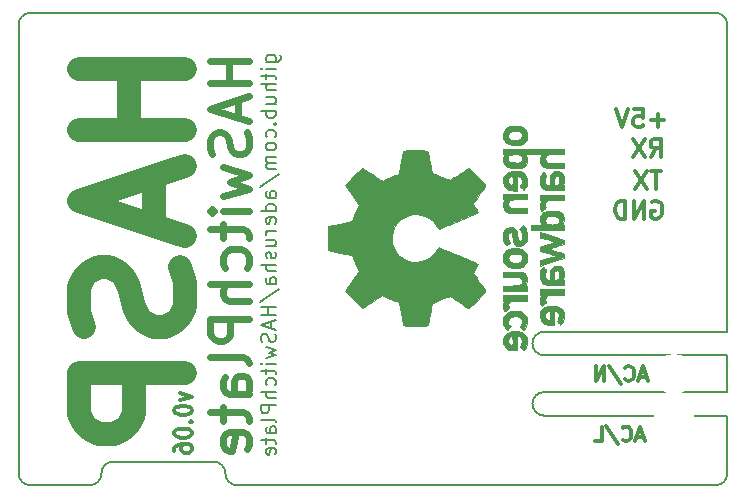
<source format=gbr>
G04 #@! TF.GenerationSoftware,KiCad,Pcbnew,(5.0.2)-1*
G04 #@! TF.CreationDate,2019-01-04T15:23:43-05:00*
G04 #@! TF.ProjectId,HASwitchPlate,48415377-6974-4636-9850-6c6174652e6b,rev?*
G04 #@! TF.SameCoordinates,Original*
G04 #@! TF.FileFunction,Legend,Bot*
G04 #@! TF.FilePolarity,Positive*
%FSLAX46Y46*%
G04 Gerber Fmt 4.6, Leading zero omitted, Abs format (unit mm)*
G04 Created by KiCad (PCBNEW (5.0.2)-1) date 1/4/2019 3:23:43 PM*
%MOMM*%
%LPD*%
G01*
G04 APERTURE LIST*
%ADD10C,0.300000*%
%ADD11C,0.150000*%
%ADD12C,0.200000*%
%ADD13C,2.000000*%
%ADD14C,0.600000*%
%ADD15C,0.010000*%
%ADD16C,2.150000*%
%ADD17R,2.150000X2.150000*%
%ADD18R,2.100000X2.100000*%
%ADD19O,2.100000X2.100000*%
%ADD20C,2.690000*%
%ADD21C,2.200000*%
%ADD22C,2.600000*%
%ADD23R,3.400000X3.400000*%
%ADD24C,3.400000*%
G04 APERTURE END LIST*
D10*
X153142857Y-130800000D02*
X152571428Y-130800000D01*
X153257142Y-131142857D02*
X152857142Y-129942857D01*
X152457142Y-131142857D01*
X151371428Y-131028571D02*
X151428571Y-131085714D01*
X151600000Y-131142857D01*
X151714285Y-131142857D01*
X151885714Y-131085714D01*
X152000000Y-130971428D01*
X152057142Y-130857142D01*
X152114285Y-130628571D01*
X152114285Y-130457142D01*
X152057142Y-130228571D01*
X152000000Y-130114285D01*
X151885714Y-130000000D01*
X151714285Y-129942857D01*
X151600000Y-129942857D01*
X151428571Y-130000000D01*
X151371428Y-130057142D01*
X150000000Y-129885714D02*
X151028571Y-131428571D01*
X149600000Y-131142857D02*
X149600000Y-129942857D01*
X148914285Y-131142857D01*
X148914285Y-129942857D01*
D11*
X160000000Y-101000000D02*
X160000000Y-127000000D01*
X160000000Y-132100000D02*
X160000000Y-129000000D01*
X143500000Y-128000000D02*
G75*
G03X144500000Y-129000000I1000000J0D01*
G01*
X144500000Y-127000000D02*
G75*
G03X143500000Y-128000000I0J-1000000D01*
G01*
X144500000Y-127000000D02*
X160000000Y-127000000D01*
X144500000Y-129000000D02*
X160000000Y-129000000D01*
X118500000Y-140000000D02*
X159000000Y-140000000D01*
X101000000Y-140000000D02*
X106000000Y-140000000D01*
X108000000Y-138000000D02*
X116500000Y-138000000D01*
X117500000Y-139000000D02*
G75*
G03X118500000Y-140000000I1000000J0D01*
G01*
X117500000Y-139000000D02*
G75*
G03X116500000Y-138000000I-1000000J0D01*
G01*
X107998255Y-138000002D02*
G75*
G03X107000000Y-139000000I1745J-999998D01*
G01*
X106000000Y-140000000D02*
G75*
G03X107000000Y-139000000I0J1000000D01*
G01*
X101000000Y-100000000D02*
G75*
G03X100000000Y-101000000I0J-1000000D01*
G01*
X100000000Y-139000000D02*
G75*
G03X101000000Y-140000000I1000000J0D01*
G01*
X159000000Y-140000000D02*
G75*
G03X160000000Y-139000000I0J1000000D01*
G01*
X160000000Y-101000000D02*
G75*
G03X159000000Y-100000000I-1000000J0D01*
G01*
D10*
X113678571Y-132178571D02*
X114678571Y-132500000D01*
X113678571Y-132821428D01*
X113178571Y-133592857D02*
X113178571Y-133721428D01*
X113250000Y-133850000D01*
X113321428Y-133914285D01*
X113464285Y-133978571D01*
X113750000Y-134042857D01*
X114107142Y-134042857D01*
X114392857Y-133978571D01*
X114535714Y-133914285D01*
X114607142Y-133850000D01*
X114678571Y-133721428D01*
X114678571Y-133592857D01*
X114607142Y-133464285D01*
X114535714Y-133400000D01*
X114392857Y-133335714D01*
X114107142Y-133271428D01*
X113750000Y-133271428D01*
X113464285Y-133335714D01*
X113321428Y-133400000D01*
X113250000Y-133464285D01*
X113178571Y-133592857D01*
X114535714Y-134621428D02*
X114607142Y-134685714D01*
X114678571Y-134621428D01*
X114607142Y-134557142D01*
X114535714Y-134621428D01*
X114678571Y-134621428D01*
X113178571Y-135521428D02*
X113178571Y-135650000D01*
X113250000Y-135778571D01*
X113321428Y-135842857D01*
X113464285Y-135907142D01*
X113750000Y-135971428D01*
X114107142Y-135971428D01*
X114392857Y-135907142D01*
X114535714Y-135842857D01*
X114607142Y-135778571D01*
X114678571Y-135650000D01*
X114678571Y-135521428D01*
X114607142Y-135392857D01*
X114535714Y-135328571D01*
X114392857Y-135264285D01*
X114107142Y-135200000D01*
X113750000Y-135200000D01*
X113464285Y-135264285D01*
X113321428Y-135328571D01*
X113250000Y-135392857D01*
X113178571Y-135521428D01*
X113178571Y-137128571D02*
X113178571Y-136871428D01*
X113250000Y-136742857D01*
X113321428Y-136678571D01*
X113535714Y-136550000D01*
X113821428Y-136485714D01*
X114392857Y-136485714D01*
X114535714Y-136550000D01*
X114607142Y-136614285D01*
X114678571Y-136742857D01*
X114678571Y-137000000D01*
X114607142Y-137128571D01*
X114535714Y-137192857D01*
X114392857Y-137257142D01*
X114035714Y-137257142D01*
X113892857Y-137192857D01*
X113821428Y-137128571D01*
X113750000Y-137000000D01*
X113750000Y-136742857D01*
X113821428Y-136614285D01*
X113892857Y-136550000D01*
X114035714Y-136485714D01*
D12*
X120934285Y-104143809D02*
X121938095Y-104143809D01*
X122056190Y-104084761D01*
X122115238Y-104025714D01*
X122174285Y-103907619D01*
X122174285Y-103730476D01*
X122115238Y-103612380D01*
X121701904Y-104143809D02*
X121760952Y-104025714D01*
X121760952Y-103789523D01*
X121701904Y-103671428D01*
X121642857Y-103612380D01*
X121524761Y-103553333D01*
X121170476Y-103553333D01*
X121052380Y-103612380D01*
X120993333Y-103671428D01*
X120934285Y-103789523D01*
X120934285Y-104025714D01*
X120993333Y-104143809D01*
X121760952Y-104734285D02*
X120934285Y-104734285D01*
X120520952Y-104734285D02*
X120580000Y-104675238D01*
X120639047Y-104734285D01*
X120580000Y-104793333D01*
X120520952Y-104734285D01*
X120639047Y-104734285D01*
X120934285Y-105147619D02*
X120934285Y-105620000D01*
X120520952Y-105324761D02*
X121583809Y-105324761D01*
X121701904Y-105383809D01*
X121760952Y-105501904D01*
X121760952Y-105620000D01*
X121760952Y-106033333D02*
X120520952Y-106033333D01*
X121760952Y-106564761D02*
X121111428Y-106564761D01*
X120993333Y-106505714D01*
X120934285Y-106387619D01*
X120934285Y-106210476D01*
X120993333Y-106092380D01*
X121052380Y-106033333D01*
X120934285Y-107686666D02*
X121760952Y-107686666D01*
X120934285Y-107155238D02*
X121583809Y-107155238D01*
X121701904Y-107214285D01*
X121760952Y-107332380D01*
X121760952Y-107509523D01*
X121701904Y-107627619D01*
X121642857Y-107686666D01*
X121760952Y-108277142D02*
X120520952Y-108277142D01*
X120993333Y-108277142D02*
X120934285Y-108395238D01*
X120934285Y-108631428D01*
X120993333Y-108749523D01*
X121052380Y-108808571D01*
X121170476Y-108867619D01*
X121524761Y-108867619D01*
X121642857Y-108808571D01*
X121701904Y-108749523D01*
X121760952Y-108631428D01*
X121760952Y-108395238D01*
X121701904Y-108277142D01*
X121642857Y-109399047D02*
X121701904Y-109458095D01*
X121760952Y-109399047D01*
X121701904Y-109340000D01*
X121642857Y-109399047D01*
X121760952Y-109399047D01*
X121701904Y-110520952D02*
X121760952Y-110402857D01*
X121760952Y-110166666D01*
X121701904Y-110048571D01*
X121642857Y-109989523D01*
X121524761Y-109930476D01*
X121170476Y-109930476D01*
X121052380Y-109989523D01*
X120993333Y-110048571D01*
X120934285Y-110166666D01*
X120934285Y-110402857D01*
X120993333Y-110520952D01*
X121760952Y-111229523D02*
X121701904Y-111111428D01*
X121642857Y-111052380D01*
X121524761Y-110993333D01*
X121170476Y-110993333D01*
X121052380Y-111052380D01*
X120993333Y-111111428D01*
X120934285Y-111229523D01*
X120934285Y-111406666D01*
X120993333Y-111524761D01*
X121052380Y-111583809D01*
X121170476Y-111642857D01*
X121524761Y-111642857D01*
X121642857Y-111583809D01*
X121701904Y-111524761D01*
X121760952Y-111406666D01*
X121760952Y-111229523D01*
X121760952Y-112174285D02*
X120934285Y-112174285D01*
X121052380Y-112174285D02*
X120993333Y-112233333D01*
X120934285Y-112351428D01*
X120934285Y-112528571D01*
X120993333Y-112646666D01*
X121111428Y-112705714D01*
X121760952Y-112705714D01*
X121111428Y-112705714D02*
X120993333Y-112764761D01*
X120934285Y-112882857D01*
X120934285Y-113059999D01*
X120993333Y-113178095D01*
X121111428Y-113237142D01*
X121760952Y-113237142D01*
X120461904Y-114713333D02*
X122056190Y-113650476D01*
X121760952Y-115658095D02*
X121111428Y-115658095D01*
X120993333Y-115599047D01*
X120934285Y-115480952D01*
X120934285Y-115244761D01*
X120993333Y-115126666D01*
X121701904Y-115658095D02*
X121760952Y-115539999D01*
X121760952Y-115244761D01*
X121701904Y-115126666D01*
X121583809Y-115067619D01*
X121465714Y-115067619D01*
X121347619Y-115126666D01*
X121288571Y-115244761D01*
X121288571Y-115539999D01*
X121229523Y-115658095D01*
X121760952Y-116779999D02*
X120520952Y-116779999D01*
X121701904Y-116779999D02*
X121760952Y-116661904D01*
X121760952Y-116425714D01*
X121701904Y-116307619D01*
X121642857Y-116248571D01*
X121524761Y-116189523D01*
X121170476Y-116189523D01*
X121052380Y-116248571D01*
X120993333Y-116307619D01*
X120934285Y-116425714D01*
X120934285Y-116661904D01*
X120993333Y-116779999D01*
X121701904Y-117842857D02*
X121760952Y-117724761D01*
X121760952Y-117488571D01*
X121701904Y-117370476D01*
X121583809Y-117311428D01*
X121111428Y-117311428D01*
X120993333Y-117370476D01*
X120934285Y-117488571D01*
X120934285Y-117724761D01*
X120993333Y-117842857D01*
X121111428Y-117901904D01*
X121229523Y-117901904D01*
X121347619Y-117311428D01*
X121760952Y-118433333D02*
X120934285Y-118433333D01*
X121170476Y-118433333D02*
X121052380Y-118492380D01*
X120993333Y-118551428D01*
X120934285Y-118669523D01*
X120934285Y-118787619D01*
X120934285Y-119732380D02*
X121760952Y-119732380D01*
X120934285Y-119200952D02*
X121583809Y-119200952D01*
X121701904Y-119259999D01*
X121760952Y-119378095D01*
X121760952Y-119555238D01*
X121701904Y-119673333D01*
X121642857Y-119732380D01*
X121701904Y-120263809D02*
X121760952Y-120381904D01*
X121760952Y-120618095D01*
X121701904Y-120736190D01*
X121583809Y-120795238D01*
X121524761Y-120795238D01*
X121406666Y-120736190D01*
X121347619Y-120618095D01*
X121347619Y-120440952D01*
X121288571Y-120322857D01*
X121170476Y-120263809D01*
X121111428Y-120263809D01*
X120993333Y-120322857D01*
X120934285Y-120440952D01*
X120934285Y-120618095D01*
X120993333Y-120736190D01*
X121760952Y-121326666D02*
X120520952Y-121326666D01*
X121760952Y-121858095D02*
X121111428Y-121858095D01*
X120993333Y-121799047D01*
X120934285Y-121680952D01*
X120934285Y-121503809D01*
X120993333Y-121385714D01*
X121052380Y-121326666D01*
X121760952Y-122979999D02*
X121111428Y-122979999D01*
X120993333Y-122920952D01*
X120934285Y-122802857D01*
X120934285Y-122566666D01*
X120993333Y-122448571D01*
X121701904Y-122979999D02*
X121760952Y-122861904D01*
X121760952Y-122566666D01*
X121701904Y-122448571D01*
X121583809Y-122389523D01*
X121465714Y-122389523D01*
X121347619Y-122448571D01*
X121288571Y-122566666D01*
X121288571Y-122861904D01*
X121229523Y-122979999D01*
X120461904Y-124456190D02*
X122056190Y-123393333D01*
X121760952Y-124869523D02*
X120520952Y-124869523D01*
X121111428Y-124869523D02*
X121111428Y-125578095D01*
X121760952Y-125578095D02*
X120520952Y-125578095D01*
X121406666Y-126109523D02*
X121406666Y-126699999D01*
X121760952Y-125991428D02*
X120520952Y-126404761D01*
X121760952Y-126818095D01*
X121701904Y-127172380D02*
X121760952Y-127349523D01*
X121760952Y-127644761D01*
X121701904Y-127762857D01*
X121642857Y-127821904D01*
X121524761Y-127880952D01*
X121406666Y-127880952D01*
X121288571Y-127821904D01*
X121229523Y-127762857D01*
X121170476Y-127644761D01*
X121111428Y-127408571D01*
X121052380Y-127290476D01*
X120993333Y-127231428D01*
X120875238Y-127172380D01*
X120757142Y-127172380D01*
X120639047Y-127231428D01*
X120580000Y-127290476D01*
X120520952Y-127408571D01*
X120520952Y-127703809D01*
X120580000Y-127880952D01*
X120934285Y-128294285D02*
X121760952Y-128530476D01*
X121170476Y-128766666D01*
X121760952Y-129002857D01*
X120934285Y-129239047D01*
X121760952Y-129711428D02*
X120934285Y-129711428D01*
X120520952Y-129711428D02*
X120580000Y-129652380D01*
X120639047Y-129711428D01*
X120580000Y-129770476D01*
X120520952Y-129711428D01*
X120639047Y-129711428D01*
X120934285Y-130124761D02*
X120934285Y-130597142D01*
X120520952Y-130301904D02*
X121583809Y-130301904D01*
X121701904Y-130360952D01*
X121760952Y-130479047D01*
X121760952Y-130597142D01*
X121701904Y-131541904D02*
X121760952Y-131423809D01*
X121760952Y-131187619D01*
X121701904Y-131069523D01*
X121642857Y-131010476D01*
X121524761Y-130951428D01*
X121170476Y-130951428D01*
X121052380Y-131010476D01*
X120993333Y-131069523D01*
X120934285Y-131187619D01*
X120934285Y-131423809D01*
X120993333Y-131541904D01*
X121760952Y-132073333D02*
X120520952Y-132073333D01*
X121760952Y-132604761D02*
X121111428Y-132604761D01*
X120993333Y-132545714D01*
X120934285Y-132427619D01*
X120934285Y-132250476D01*
X120993333Y-132132380D01*
X121052380Y-132073333D01*
X121760952Y-133195238D02*
X120520952Y-133195238D01*
X120520952Y-133667619D01*
X120580000Y-133785714D01*
X120639047Y-133844761D01*
X120757142Y-133903809D01*
X120934285Y-133903809D01*
X121052380Y-133844761D01*
X121111428Y-133785714D01*
X121170476Y-133667619D01*
X121170476Y-133195238D01*
X121760952Y-134612380D02*
X121701904Y-134494285D01*
X121583809Y-134435238D01*
X120520952Y-134435238D01*
X121760952Y-135616190D02*
X121111428Y-135616190D01*
X120993333Y-135557142D01*
X120934285Y-135439047D01*
X120934285Y-135202857D01*
X120993333Y-135084761D01*
X121701904Y-135616190D02*
X121760952Y-135498095D01*
X121760952Y-135202857D01*
X121701904Y-135084761D01*
X121583809Y-135025714D01*
X121465714Y-135025714D01*
X121347619Y-135084761D01*
X121288571Y-135202857D01*
X121288571Y-135498095D01*
X121229523Y-135616190D01*
X120934285Y-136029523D02*
X120934285Y-136501904D01*
X120520952Y-136206666D02*
X121583809Y-136206666D01*
X121701904Y-136265714D01*
X121760952Y-136383809D01*
X121760952Y-136501904D01*
X121701904Y-137387619D02*
X121760952Y-137269523D01*
X121760952Y-137033333D01*
X121701904Y-136915238D01*
X121583809Y-136856190D01*
X121111428Y-136856190D01*
X120993333Y-136915238D01*
X120934285Y-137033333D01*
X120934285Y-137269523D01*
X120993333Y-137387619D01*
X121111428Y-137446666D01*
X121229523Y-137446666D01*
X121347619Y-136856190D01*
D13*
X114071428Y-104785714D02*
X105071428Y-104785714D01*
X109357142Y-104785714D02*
X109357142Y-109928571D01*
X114071428Y-109928571D02*
X105071428Y-109928571D01*
X111500000Y-113785714D02*
X111500000Y-118071428D01*
X114071428Y-112928571D02*
X105071428Y-115928571D01*
X114071428Y-118928571D01*
X113642857Y-121500000D02*
X114071428Y-122785714D01*
X114071428Y-124928571D01*
X113642857Y-125785714D01*
X113214285Y-126214285D01*
X112357142Y-126642857D01*
X111500000Y-126642857D01*
X110642857Y-126214285D01*
X110214285Y-125785714D01*
X109785714Y-124928571D01*
X109357142Y-123214285D01*
X108928571Y-122357142D01*
X108500000Y-121928571D01*
X107642857Y-121500000D01*
X106785714Y-121500000D01*
X105928571Y-121928571D01*
X105500000Y-122357142D01*
X105071428Y-123214285D01*
X105071428Y-125357142D01*
X105500000Y-126642857D01*
X114071428Y-130500000D02*
X105071428Y-130500000D01*
X105071428Y-133928571D01*
X105500000Y-134785714D01*
X105928571Y-135214285D01*
X106785714Y-135642857D01*
X108071428Y-135642857D01*
X108928571Y-135214285D01*
X109357142Y-134785714D01*
X109785714Y-133928571D01*
X109785714Y-130500000D01*
D14*
X119470238Y-104095238D02*
X116220238Y-104095238D01*
X117767857Y-104095238D02*
X117767857Y-105952380D01*
X119470238Y-105952380D02*
X116220238Y-105952380D01*
X118541666Y-107345238D02*
X118541666Y-108892857D01*
X119470238Y-107035714D02*
X116220238Y-108119047D01*
X119470238Y-109202380D01*
X119315476Y-110130952D02*
X119470238Y-110595238D01*
X119470238Y-111369047D01*
X119315476Y-111678571D01*
X119160714Y-111833333D01*
X118851190Y-111988095D01*
X118541666Y-111988095D01*
X118232142Y-111833333D01*
X118077380Y-111678571D01*
X117922619Y-111369047D01*
X117767857Y-110750000D01*
X117613095Y-110440476D01*
X117458333Y-110285714D01*
X117148809Y-110130952D01*
X116839285Y-110130952D01*
X116529761Y-110285714D01*
X116375000Y-110440476D01*
X116220238Y-110750000D01*
X116220238Y-111523809D01*
X116375000Y-111988095D01*
X117303571Y-113071428D02*
X119470238Y-113690476D01*
X117922619Y-114309523D01*
X119470238Y-114928571D01*
X117303571Y-115547619D01*
X119470238Y-116785714D02*
X117303571Y-116785714D01*
X116220238Y-116785714D02*
X116375000Y-116630952D01*
X116529761Y-116785714D01*
X116375000Y-116940476D01*
X116220238Y-116785714D01*
X116529761Y-116785714D01*
X117303571Y-117869047D02*
X117303571Y-119107142D01*
X116220238Y-118333333D02*
X119005952Y-118333333D01*
X119315476Y-118488095D01*
X119470238Y-118797619D01*
X119470238Y-119107142D01*
X119315476Y-121583333D02*
X119470238Y-121273809D01*
X119470238Y-120654761D01*
X119315476Y-120345238D01*
X119160714Y-120190476D01*
X118851190Y-120035714D01*
X117922619Y-120035714D01*
X117613095Y-120190476D01*
X117458333Y-120345238D01*
X117303571Y-120654761D01*
X117303571Y-121273809D01*
X117458333Y-121583333D01*
X119470238Y-122976190D02*
X116220238Y-122976190D01*
X119470238Y-124369047D02*
X117767857Y-124369047D01*
X117458333Y-124214285D01*
X117303571Y-123904761D01*
X117303571Y-123440476D01*
X117458333Y-123130952D01*
X117613095Y-122976190D01*
X119470238Y-125916666D02*
X116220238Y-125916666D01*
X116220238Y-127154761D01*
X116375000Y-127464285D01*
X116529761Y-127619047D01*
X116839285Y-127773809D01*
X117303571Y-127773809D01*
X117613095Y-127619047D01*
X117767857Y-127464285D01*
X117922619Y-127154761D01*
X117922619Y-125916666D01*
X119470238Y-129630952D02*
X119315476Y-129321428D01*
X119005952Y-129166666D01*
X116220238Y-129166666D01*
X119470238Y-132261904D02*
X117767857Y-132261904D01*
X117458333Y-132107142D01*
X117303571Y-131797619D01*
X117303571Y-131178571D01*
X117458333Y-130869047D01*
X119315476Y-132261904D02*
X119470238Y-131952380D01*
X119470238Y-131178571D01*
X119315476Y-130869047D01*
X119005952Y-130714285D01*
X118696428Y-130714285D01*
X118386904Y-130869047D01*
X118232142Y-131178571D01*
X118232142Y-131952380D01*
X118077380Y-132261904D01*
X117303571Y-133345238D02*
X117303571Y-134583333D01*
X116220238Y-133809523D02*
X119005952Y-133809523D01*
X119315476Y-133964285D01*
X119470238Y-134273809D01*
X119470238Y-134583333D01*
X119315476Y-136904761D02*
X119470238Y-136595238D01*
X119470238Y-135976190D01*
X119315476Y-135666666D01*
X119005952Y-135511904D01*
X117767857Y-135511904D01*
X117458333Y-135666666D01*
X117303571Y-135976190D01*
X117303571Y-136595238D01*
X117458333Y-136904761D01*
X117767857Y-137059523D01*
X118077380Y-137059523D01*
X118386904Y-135511904D01*
D10*
X153642857Y-116000000D02*
X153785714Y-115928571D01*
X154000000Y-115928571D01*
X154214285Y-116000000D01*
X154357142Y-116142857D01*
X154428571Y-116285714D01*
X154500000Y-116571428D01*
X154500000Y-116785714D01*
X154428571Y-117071428D01*
X154357142Y-117214285D01*
X154214285Y-117357142D01*
X154000000Y-117428571D01*
X153857142Y-117428571D01*
X153642857Y-117357142D01*
X153571428Y-117285714D01*
X153571428Y-116785714D01*
X153857142Y-116785714D01*
X152928571Y-117428571D02*
X152928571Y-115928571D01*
X152071428Y-117428571D01*
X152071428Y-115928571D01*
X151357142Y-117428571D02*
X151357142Y-115928571D01*
X151000000Y-115928571D01*
X150785714Y-116000000D01*
X150642857Y-116142857D01*
X150571428Y-116285714D01*
X150500000Y-116571428D01*
X150500000Y-116785714D01*
X150571428Y-117071428D01*
X150642857Y-117214285D01*
X150785714Y-117357142D01*
X151000000Y-117428571D01*
X151357142Y-117428571D01*
X154392857Y-113428571D02*
X153535714Y-113428571D01*
X153964285Y-114928571D02*
X153964285Y-113428571D01*
X153178571Y-113428571D02*
X152178571Y-114928571D01*
X152178571Y-113428571D02*
X153178571Y-114928571D01*
X153500000Y-112178571D02*
X154000000Y-111464285D01*
X154357142Y-112178571D02*
X154357142Y-110678571D01*
X153785714Y-110678571D01*
X153642857Y-110750000D01*
X153571428Y-110821428D01*
X153500000Y-110964285D01*
X153500000Y-111178571D01*
X153571428Y-111321428D01*
X153642857Y-111392857D01*
X153785714Y-111464285D01*
X154357142Y-111464285D01*
X153000000Y-110678571D02*
X152000000Y-112178571D01*
X152000000Y-110678571D02*
X153000000Y-112178571D01*
X154678571Y-109107142D02*
X153535714Y-109107142D01*
X154107142Y-109678571D02*
X154107142Y-108535714D01*
X152107142Y-108178571D02*
X152821428Y-108178571D01*
X152892857Y-108892857D01*
X152821428Y-108821428D01*
X152678571Y-108750000D01*
X152321428Y-108750000D01*
X152178571Y-108821428D01*
X152107142Y-108892857D01*
X152035714Y-109035714D01*
X152035714Y-109392857D01*
X152107142Y-109535714D01*
X152178571Y-109607142D01*
X152321428Y-109678571D01*
X152678571Y-109678571D01*
X152821428Y-109607142D01*
X152892857Y-109535714D01*
X151607142Y-108178571D02*
X151107142Y-109678571D01*
X150607142Y-108178571D01*
X152900000Y-135900000D02*
X152328571Y-135900000D01*
X153014285Y-136242857D02*
X152614285Y-135042857D01*
X152214285Y-136242857D01*
X151128571Y-136128571D02*
X151185714Y-136185714D01*
X151357142Y-136242857D01*
X151471428Y-136242857D01*
X151642857Y-136185714D01*
X151757142Y-136071428D01*
X151814285Y-135957142D01*
X151871428Y-135728571D01*
X151871428Y-135557142D01*
X151814285Y-135328571D01*
X151757142Y-135214285D01*
X151642857Y-135100000D01*
X151471428Y-135042857D01*
X151357142Y-135042857D01*
X151185714Y-135100000D01*
X151128571Y-135157142D01*
X149757142Y-134985714D02*
X150785714Y-136528571D01*
X148785714Y-136242857D02*
X149357142Y-136242857D01*
X149357142Y-135042857D01*
D11*
X143500000Y-133100000D02*
G75*
G03X144500000Y-134100000I1000000J0D01*
G01*
X144500000Y-132100000D02*
G75*
G03X143500000Y-133100000I0J-1000000D01*
G01*
X160000000Y-134100000D02*
X160000000Y-139000000D01*
X144500000Y-134100000D02*
X160000000Y-134100000D01*
X144500000Y-132100000D02*
X160000000Y-132100000D01*
X101000000Y-100000000D02*
X159000000Y-100000000D01*
X100000000Y-101000000D02*
X100000000Y-139000000D01*
D15*
G04 #@! TO.C,REF\002A\002A\002A*
G36*
X141060166Y-112729192D02*
X141103540Y-112816985D01*
X141179122Y-112925249D01*
X141261542Y-113004155D01*
X141365037Y-113058195D01*
X141503843Y-113091859D01*
X141692194Y-113109637D01*
X141944328Y-113116020D01*
X142052724Y-113116393D01*
X142290287Y-113115304D01*
X142460068Y-113110778D01*
X142577550Y-113100932D01*
X142658215Y-113083882D01*
X142717545Y-113057741D01*
X142758020Y-113030542D01*
X142930225Y-112856920D01*
X143033806Y-112652462D01*
X143064960Y-112431896D01*
X143019885Y-112209954D01*
X142988009Y-112139640D01*
X142900271Y-111971311D01*
X144275172Y-111971311D01*
X144211643Y-112094162D01*
X144162491Y-112256033D01*
X144149900Y-112454995D01*
X144173147Y-112653672D01*
X144225370Y-112803710D01*
X144324826Y-112928159D01*
X144467143Y-113034492D01*
X144481755Y-113042487D01*
X144550582Y-113076207D01*
X144619956Y-113100834D01*
X144703996Y-113117786D01*
X144816816Y-113128481D01*
X144972533Y-113134338D01*
X145185265Y-113136773D01*
X145424664Y-113137213D01*
X146188443Y-113137213D01*
X146188443Y-112679180D01*
X144780108Y-112679180D01*
X144672308Y-112551067D01*
X144586079Y-112417982D01*
X144570401Y-112291952D01*
X144610747Y-112165222D01*
X144650254Y-112097683D01*
X144706527Y-112047414D01*
X144791572Y-112011662D01*
X144917394Y-111987672D01*
X145095998Y-111972689D01*
X145339391Y-111963960D01*
X145501394Y-111960886D01*
X146167623Y-111950492D01*
X146180209Y-111731885D01*
X146192795Y-111513279D01*
X142058464Y-111513279D01*
X142058464Y-111971311D01*
X142288953Y-111982989D01*
X142448950Y-112022338D01*
X142548497Y-112095834D01*
X142597639Y-112209951D01*
X142607459Y-112325246D01*
X142596175Y-112455762D01*
X142551764Y-112542383D01*
X142493081Y-112596549D01*
X142429962Y-112639190D01*
X142359645Y-112664574D01*
X142261123Y-112675869D01*
X142113387Y-112676240D01*
X141989683Y-112672440D01*
X141803328Y-112663712D01*
X141680982Y-112650720D01*
X141603377Y-112628841D01*
X141551245Y-112593454D01*
X141521111Y-112560059D01*
X141455399Y-112420525D01*
X141444787Y-112255381D01*
X141467423Y-112160554D01*
X141547881Y-112066666D01*
X141704392Y-112004474D01*
X141935852Y-111974331D01*
X142058464Y-111971311D01*
X142058464Y-111513279D01*
X141025164Y-111513279D01*
X141025164Y-111742295D01*
X141030602Y-111879794D01*
X141049909Y-111950733D01*
X141087576Y-111971303D01*
X141088692Y-111971311D01*
X141125581Y-111980855D01*
X141121393Y-112022949D01*
X141080859Y-112106639D01*
X141018850Y-112301646D01*
X141012332Y-112521046D01*
X141060166Y-112729192D01*
X141060166Y-112729192D01*
G37*
X141060166Y-112729192D02*
X141103540Y-112816985D01*
X141179122Y-112925249D01*
X141261542Y-113004155D01*
X141365037Y-113058195D01*
X141503843Y-113091859D01*
X141692194Y-113109637D01*
X141944328Y-113116020D01*
X142052724Y-113116393D01*
X142290287Y-113115304D01*
X142460068Y-113110778D01*
X142577550Y-113100932D01*
X142658215Y-113083882D01*
X142717545Y-113057741D01*
X142758020Y-113030542D01*
X142930225Y-112856920D01*
X143033806Y-112652462D01*
X143064960Y-112431896D01*
X143019885Y-112209954D01*
X142988009Y-112139640D01*
X142900271Y-111971311D01*
X144275172Y-111971311D01*
X144211643Y-112094162D01*
X144162491Y-112256033D01*
X144149900Y-112454995D01*
X144173147Y-112653672D01*
X144225370Y-112803710D01*
X144324826Y-112928159D01*
X144467143Y-113034492D01*
X144481755Y-113042487D01*
X144550582Y-113076207D01*
X144619956Y-113100834D01*
X144703996Y-113117786D01*
X144816816Y-113128481D01*
X144972533Y-113134338D01*
X145185265Y-113136773D01*
X145424664Y-113137213D01*
X146188443Y-113137213D01*
X146188443Y-112679180D01*
X144780108Y-112679180D01*
X144672308Y-112551067D01*
X144586079Y-112417982D01*
X144570401Y-112291952D01*
X144610747Y-112165222D01*
X144650254Y-112097683D01*
X144706527Y-112047414D01*
X144791572Y-112011662D01*
X144917394Y-111987672D01*
X145095998Y-111972689D01*
X145339391Y-111963960D01*
X145501394Y-111960886D01*
X146167623Y-111950492D01*
X146180209Y-111731885D01*
X146192795Y-111513279D01*
X142058464Y-111513279D01*
X142058464Y-111971311D01*
X142288953Y-111982989D01*
X142448950Y-112022338D01*
X142548497Y-112095834D01*
X142597639Y-112209951D01*
X142607459Y-112325246D01*
X142596175Y-112455762D01*
X142551764Y-112542383D01*
X142493081Y-112596549D01*
X142429962Y-112639190D01*
X142359645Y-112664574D01*
X142261123Y-112675869D01*
X142113387Y-112676240D01*
X141989683Y-112672440D01*
X141803328Y-112663712D01*
X141680982Y-112650720D01*
X141603377Y-112628841D01*
X141551245Y-112593454D01*
X141521111Y-112560059D01*
X141455399Y-112420525D01*
X141444787Y-112255381D01*
X141467423Y-112160554D01*
X141547881Y-112066666D01*
X141704392Y-112004474D01*
X141935852Y-111974331D01*
X142058464Y-111971311D01*
X142058464Y-111513279D01*
X141025164Y-111513279D01*
X141025164Y-111742295D01*
X141030602Y-111879794D01*
X141049909Y-111950733D01*
X141087576Y-111971303D01*
X141088692Y-111971311D01*
X141125581Y-111980855D01*
X141121393Y-112022949D01*
X141080859Y-112106639D01*
X141018850Y-112301646D01*
X141012332Y-112521046D01*
X141060166Y-112729192D01*
G36*
X144164247Y-114466221D02*
X144216514Y-114662111D01*
X144311253Y-114811233D01*
X144435338Y-114916465D01*
X144488296Y-114949179D01*
X144543768Y-114973331D01*
X144614730Y-114990216D01*
X144714154Y-115001127D01*
X144855016Y-115007360D01*
X145050289Y-115010209D01*
X145312948Y-115010968D01*
X145382633Y-115010984D01*
X146188443Y-115010984D01*
X146188443Y-114811115D01*
X146179515Y-114683630D01*
X146156896Y-114589366D01*
X146142946Y-114565749D01*
X146118870Y-114501185D01*
X146142946Y-114435241D01*
X146173003Y-114326668D01*
X146185100Y-114168958D01*
X146179851Y-113994156D01*
X146157869Y-113834307D01*
X146129663Y-113740984D01*
X146013731Y-113560391D01*
X145852847Y-113447530D01*
X145638936Y-113396791D01*
X145633443Y-113396320D01*
X145538547Y-113400773D01*
X145538547Y-113803443D01*
X145646484Y-113838646D01*
X145707229Y-113895986D01*
X145753172Y-114011087D01*
X145771512Y-114163014D01*
X145762485Y-114317939D01*
X145726332Y-114442036D01*
X145703137Y-114476803D01*
X145595960Y-114537556D01*
X145474120Y-114552951D01*
X145314017Y-114552951D01*
X145314017Y-114322597D01*
X145330863Y-114103759D01*
X145378593Y-113937863D01*
X145452986Y-113834662D01*
X145538547Y-113803443D01*
X145538547Y-113400773D01*
X145399731Y-113407287D01*
X145214946Y-113484369D01*
X145075206Y-113629286D01*
X145062495Y-113649317D01*
X145021105Y-113735390D01*
X144996041Y-113841927D01*
X144983858Y-113990859D01*
X144981057Y-114167787D01*
X144980902Y-114552951D01*
X144819443Y-114552951D01*
X144694168Y-114536613D01*
X144610241Y-114494922D01*
X144605773Y-114490041D01*
X144569059Y-114397264D01*
X144554828Y-114257216D01*
X144561821Y-114102445D01*
X144588780Y-113965501D01*
X144629212Y-113884241D01*
X144661601Y-113840210D01*
X144667784Y-113793715D01*
X144641248Y-113729549D01*
X144575479Y-113632505D01*
X144463963Y-113487374D01*
X144453516Y-113474053D01*
X144414862Y-113480879D01*
X144350572Y-113537822D01*
X144279131Y-113624370D01*
X144219021Y-113720008D01*
X144204827Y-113750056D01*
X144176503Y-113859659D01*
X144156300Y-114020265D01*
X144148196Y-114199698D01*
X144148180Y-114208089D01*
X144164247Y-114466221D01*
X144164247Y-114466221D01*
G37*
X144164247Y-114466221D02*
X144216514Y-114662111D01*
X144311253Y-114811233D01*
X144435338Y-114916465D01*
X144488296Y-114949179D01*
X144543768Y-114973331D01*
X144614730Y-114990216D01*
X144714154Y-115001127D01*
X144855016Y-115007360D01*
X145050289Y-115010209D01*
X145312948Y-115010968D01*
X145382633Y-115010984D01*
X146188443Y-115010984D01*
X146188443Y-114811115D01*
X146179515Y-114683630D01*
X146156896Y-114589366D01*
X146142946Y-114565749D01*
X146118870Y-114501185D01*
X146142946Y-114435241D01*
X146173003Y-114326668D01*
X146185100Y-114168958D01*
X146179851Y-113994156D01*
X146157869Y-113834307D01*
X146129663Y-113740984D01*
X146013731Y-113560391D01*
X145852847Y-113447530D01*
X145638936Y-113396791D01*
X145633443Y-113396320D01*
X145538547Y-113400773D01*
X145538547Y-113803443D01*
X145646484Y-113838646D01*
X145707229Y-113895986D01*
X145753172Y-114011087D01*
X145771512Y-114163014D01*
X145762485Y-114317939D01*
X145726332Y-114442036D01*
X145703137Y-114476803D01*
X145595960Y-114537556D01*
X145474120Y-114552951D01*
X145314017Y-114552951D01*
X145314017Y-114322597D01*
X145330863Y-114103759D01*
X145378593Y-113937863D01*
X145452986Y-113834662D01*
X145538547Y-113803443D01*
X145538547Y-113400773D01*
X145399731Y-113407287D01*
X145214946Y-113484369D01*
X145075206Y-113629286D01*
X145062495Y-113649317D01*
X145021105Y-113735390D01*
X144996041Y-113841927D01*
X144983858Y-113990859D01*
X144981057Y-114167787D01*
X144980902Y-114552951D01*
X144819443Y-114552951D01*
X144694168Y-114536613D01*
X144610241Y-114494922D01*
X144605773Y-114490041D01*
X144569059Y-114397264D01*
X144554828Y-114257216D01*
X144561821Y-114102445D01*
X144588780Y-113965501D01*
X144629212Y-113884241D01*
X144661601Y-113840210D01*
X144667784Y-113793715D01*
X144641248Y-113729549D01*
X144575479Y-113632505D01*
X144463963Y-113487374D01*
X144453516Y-113474053D01*
X144414862Y-113480879D01*
X144350572Y-113537822D01*
X144279131Y-113624370D01*
X144219021Y-113720008D01*
X144204827Y-113750056D01*
X144176503Y-113859659D01*
X144156300Y-114020265D01*
X144148196Y-114199698D01*
X144148180Y-114208089D01*
X144164247Y-114466221D01*
G36*
X144152540Y-115760525D02*
X144171218Y-115822837D01*
X144212255Y-115842925D01*
X144230782Y-115843770D01*
X144282383Y-115847375D01*
X144290484Y-115872200D01*
X144255108Y-115939263D01*
X144230937Y-115979098D01*
X144179175Y-116104773D01*
X144153581Y-116254877D01*
X144151613Y-116412263D01*
X144170729Y-116559786D01*
X144208387Y-116680300D01*
X144262044Y-116756660D01*
X144329158Y-116771719D01*
X144347333Y-116764119D01*
X144422777Y-116708718D01*
X144515568Y-116622810D01*
X144530568Y-116607272D01*
X144599540Y-116525388D01*
X144621825Y-116454737D01*
X144606272Y-116355932D01*
X144595938Y-116316348D01*
X144571116Y-116193172D01*
X144582278Y-116106564D01*
X144621646Y-116033424D01*
X144674479Y-115966426D01*
X144740924Y-115917082D01*
X144833652Y-115882791D01*
X144965334Y-115860952D01*
X145148641Y-115848966D01*
X145396246Y-115844231D01*
X145545744Y-115843770D01*
X146188443Y-115843770D01*
X146188443Y-115427377D01*
X144148115Y-115427377D01*
X144148115Y-115635574D01*
X144152540Y-115760525D01*
X144152540Y-115760525D01*
G37*
X144152540Y-115760525D02*
X144171218Y-115822837D01*
X144212255Y-115842925D01*
X144230782Y-115843770D01*
X144282383Y-115847375D01*
X144290484Y-115872200D01*
X144255108Y-115939263D01*
X144230937Y-115979098D01*
X144179175Y-116104773D01*
X144153581Y-116254877D01*
X144151613Y-116412263D01*
X144170729Y-116559786D01*
X144208387Y-116680300D01*
X144262044Y-116756660D01*
X144329158Y-116771719D01*
X144347333Y-116764119D01*
X144422777Y-116708718D01*
X144515568Y-116622810D01*
X144530568Y-116607272D01*
X144599540Y-116525388D01*
X144621825Y-116454737D01*
X144606272Y-116355932D01*
X144595938Y-116316348D01*
X144571116Y-116193172D01*
X144582278Y-116106564D01*
X144621646Y-116033424D01*
X144674479Y-115966426D01*
X144740924Y-115917082D01*
X144833652Y-115882791D01*
X144965334Y-115860952D01*
X145148641Y-115848966D01*
X145396246Y-115844231D01*
X145545744Y-115843770D01*
X146188443Y-115843770D01*
X146188443Y-115427377D01*
X144148115Y-115427377D01*
X144148115Y-115635574D01*
X144152540Y-115760525D01*
G36*
X146188443Y-118383770D02*
X146188443Y-118154754D01*
X146184546Y-118021825D01*
X146168407Y-117952595D01*
X146133354Y-117927668D01*
X146109653Y-117925738D01*
X146062123Y-117921534D01*
X146053008Y-117895026D01*
X146082308Y-117825367D01*
X146109653Y-117771196D01*
X146174451Y-117563223D01*
X146178201Y-117337147D01*
X146129873Y-117153345D01*
X146013118Y-116982187D01*
X145840781Y-116851716D01*
X145637506Y-116780273D01*
X145626141Y-116778454D01*
X145502136Y-116767839D01*
X145324117Y-116762560D01*
X145189480Y-116762984D01*
X145189480Y-117217828D01*
X145368428Y-117228365D01*
X145515924Y-117252334D01*
X145599217Y-117284783D01*
X145713041Y-117407544D01*
X145753845Y-117553299D01*
X145720848Y-117703607D01*
X145622422Y-117832049D01*
X145556224Y-117880692D01*
X145477231Y-117909134D01*
X145361926Y-117922456D01*
X145188736Y-117925738D01*
X145017229Y-117919865D01*
X144866540Y-117904353D01*
X144765698Y-117882362D01*
X144756659Y-117878697D01*
X144649195Y-117790012D01*
X144590195Y-117660572D01*
X144580669Y-117515743D01*
X144621626Y-117380891D01*
X144714076Y-117281383D01*
X144732473Y-117271060D01*
X144844646Y-117238750D01*
X145005934Y-117221148D01*
X145189480Y-117217828D01*
X145189480Y-116762984D01*
X145121212Y-116763200D01*
X145012010Y-116766194D01*
X144741856Y-116786558D01*
X144539024Y-116828883D01*
X144389077Y-116899294D01*
X144277579Y-117003912D01*
X144212127Y-117105479D01*
X144166117Y-117247384D01*
X144150336Y-117423879D01*
X144163190Y-117604607D01*
X144203081Y-117759213D01*
X144250801Y-117840899D01*
X144327579Y-117925738D01*
X143356967Y-117925738D01*
X143356967Y-118383770D01*
X146188443Y-118383770D01*
X146188443Y-118383770D01*
G37*
X146188443Y-118383770D02*
X146188443Y-118154754D01*
X146184546Y-118021825D01*
X146168407Y-117952595D01*
X146133354Y-117927668D01*
X146109653Y-117925738D01*
X146062123Y-117921534D01*
X146053008Y-117895026D01*
X146082308Y-117825367D01*
X146109653Y-117771196D01*
X146174451Y-117563223D01*
X146178201Y-117337147D01*
X146129873Y-117153345D01*
X146013118Y-116982187D01*
X145840781Y-116851716D01*
X145637506Y-116780273D01*
X145626141Y-116778454D01*
X145502136Y-116767839D01*
X145324117Y-116762560D01*
X145189480Y-116762984D01*
X145189480Y-117217828D01*
X145368428Y-117228365D01*
X145515924Y-117252334D01*
X145599217Y-117284783D01*
X145713041Y-117407544D01*
X145753845Y-117553299D01*
X145720848Y-117703607D01*
X145622422Y-117832049D01*
X145556224Y-117880692D01*
X145477231Y-117909134D01*
X145361926Y-117922456D01*
X145188736Y-117925738D01*
X145017229Y-117919865D01*
X144866540Y-117904353D01*
X144765698Y-117882362D01*
X144756659Y-117878697D01*
X144649195Y-117790012D01*
X144590195Y-117660572D01*
X144580669Y-117515743D01*
X144621626Y-117380891D01*
X144714076Y-117281383D01*
X144732473Y-117271060D01*
X144844646Y-117238750D01*
X145005934Y-117221148D01*
X145189480Y-117217828D01*
X145189480Y-116762984D01*
X145121212Y-116763200D01*
X145012010Y-116766194D01*
X144741856Y-116786558D01*
X144539024Y-116828883D01*
X144389077Y-116899294D01*
X144277579Y-117003912D01*
X144212127Y-117105479D01*
X144166117Y-117247384D01*
X144150336Y-117423879D01*
X144163190Y-117604607D01*
X144203081Y-117759213D01*
X144250801Y-117840899D01*
X144327579Y-117925738D01*
X143356967Y-117925738D01*
X143356967Y-118383770D01*
X146188443Y-118383770D01*
G36*
X144168935Y-120146942D02*
X144814344Y-120362248D01*
X145459754Y-120577555D01*
X145230738Y-120645064D01*
X145089204Y-120685691D01*
X144897936Y-120739133D01*
X144687693Y-120796842D01*
X144574918Y-120827355D01*
X144148115Y-120942136D01*
X144148115Y-121415687D01*
X144595738Y-121274139D01*
X144815903Y-121204433D01*
X145081471Y-121120223D01*
X145358492Y-121032281D01*
X145605492Y-120953772D01*
X146167623Y-120774952D01*
X146180185Y-120581882D01*
X146192746Y-120388811D01*
X145847070Y-120284118D01*
X145632335Y-120219553D01*
X145395604Y-120149092D01*
X145186526Y-120087511D01*
X145178205Y-120085081D01*
X145036537Y-120039085D01*
X144939874Y-119998503D01*
X144903321Y-119970080D01*
X144907549Y-119964239D01*
X144964217Y-119943738D01*
X145085605Y-119904785D01*
X145256448Y-119852122D01*
X145461482Y-119790491D01*
X145574262Y-119757143D01*
X146188443Y-119576546D01*
X146188443Y-119193267D01*
X145220328Y-118886867D01*
X144948759Y-118800791D01*
X144702138Y-118722380D01*
X144492048Y-118655339D01*
X144330076Y-118603369D01*
X144227808Y-118570174D01*
X144197928Y-118560084D01*
X144167334Y-118568072D01*
X144153935Y-118630792D01*
X144155275Y-118761315D01*
X144156288Y-118781747D01*
X144168935Y-119023792D01*
X144751885Y-119182317D01*
X144964486Y-119240585D01*
X145151377Y-119292655D01*
X145296331Y-119333944D01*
X145383120Y-119359866D01*
X145397269Y-119364656D01*
X145380998Y-119384504D01*
X145296697Y-119424530D01*
X145155842Y-119480138D01*
X144969911Y-119546731D01*
X144801956Y-119603024D01*
X144144209Y-119817578D01*
X144168935Y-120146942D01*
X144168935Y-120146942D01*
G37*
X144168935Y-120146942D02*
X144814344Y-120362248D01*
X145459754Y-120577555D01*
X145230738Y-120645064D01*
X145089204Y-120685691D01*
X144897936Y-120739133D01*
X144687693Y-120796842D01*
X144574918Y-120827355D01*
X144148115Y-120942136D01*
X144148115Y-121415687D01*
X144595738Y-121274139D01*
X144815903Y-121204433D01*
X145081471Y-121120223D01*
X145358492Y-121032281D01*
X145605492Y-120953772D01*
X146167623Y-120774952D01*
X146180185Y-120581882D01*
X146192746Y-120388811D01*
X145847070Y-120284118D01*
X145632335Y-120219553D01*
X145395604Y-120149092D01*
X145186526Y-120087511D01*
X145178205Y-120085081D01*
X145036537Y-120039085D01*
X144939874Y-119998503D01*
X144903321Y-119970080D01*
X144907549Y-119964239D01*
X144964217Y-119943738D01*
X145085605Y-119904785D01*
X145256448Y-119852122D01*
X145461482Y-119790491D01*
X145574262Y-119757143D01*
X146188443Y-119576546D01*
X146188443Y-119193267D01*
X145220328Y-118886867D01*
X144948759Y-118800791D01*
X144702138Y-118722380D01*
X144492048Y-118655339D01*
X144330076Y-118603369D01*
X144227808Y-118570174D01*
X144197928Y-118560084D01*
X144167334Y-118568072D01*
X144153935Y-118630792D01*
X144155275Y-118761315D01*
X144156288Y-118781747D01*
X144168935Y-119023792D01*
X144751885Y-119182317D01*
X144964486Y-119240585D01*
X145151377Y-119292655D01*
X145296331Y-119333944D01*
X145383120Y-119359866D01*
X145397269Y-119364656D01*
X145380998Y-119384504D01*
X145296697Y-119424530D01*
X145155842Y-119480138D01*
X144969911Y-119546731D01*
X144801956Y-119603024D01*
X144144209Y-119817578D01*
X144168935Y-120146942D01*
G36*
X144160480Y-122488670D02*
X144203109Y-122664179D01*
X144225693Y-122714912D01*
X144284847Y-122813254D01*
X144351472Y-122888727D01*
X144437135Y-122944571D01*
X144553405Y-122984026D01*
X144711848Y-123010332D01*
X144924034Y-123026729D01*
X145201529Y-123036457D01*
X145386885Y-123040151D01*
X146188443Y-123053745D01*
X146188443Y-122821544D01*
X146182536Y-122680677D01*
X146162350Y-122608102D01*
X146128453Y-122589344D01*
X146091799Y-122579441D01*
X146098807Y-122535166D01*
X146128197Y-122474836D01*
X146173246Y-122323803D01*
X146185385Y-122129693D01*
X146165529Y-121925531D01*
X146114592Y-121744340D01*
X146107522Y-121728089D01*
X145991188Y-121562491D01*
X145829467Y-121453324D01*
X145640430Y-121403091D01*
X145572515Y-121406928D01*
X145572515Y-121816763D01*
X145663914Y-121852875D01*
X145729411Y-121959942D01*
X145764563Y-122132684D01*
X145769231Y-122225000D01*
X145757282Y-122378850D01*
X145710844Y-122481115D01*
X145688771Y-122506066D01*
X145568681Y-122573661D01*
X145459754Y-122589344D01*
X145314017Y-122589344D01*
X145314017Y-122386352D01*
X145326043Y-122150387D01*
X145363871Y-121984881D01*
X145430121Y-121880305D01*
X145459656Y-121856891D01*
X145572515Y-121816763D01*
X145572515Y-121406928D01*
X145442148Y-121414295D01*
X145252692Y-121489440D01*
X145124656Y-121591968D01*
X145069302Y-121654065D01*
X145032924Y-121714855D01*
X145010744Y-121793952D01*
X144997982Y-121910971D01*
X144989857Y-122085527D01*
X144987521Y-122154763D01*
X144973321Y-122589344D01*
X144841784Y-122588707D01*
X144703519Y-122571876D01*
X144619917Y-122511026D01*
X144566507Y-122388095D01*
X144565555Y-122384797D01*
X144544555Y-122210504D01*
X144571985Y-122039952D01*
X144638689Y-121913200D01*
X144671625Y-121862342D01*
X144667068Y-121807565D01*
X144619349Y-121723272D01*
X144585671Y-121673773D01*
X144513716Y-121576955D01*
X144459779Y-121516982D01*
X144444337Y-121507359D01*
X144364424Y-121546985D01*
X144268989Y-121664064D01*
X144236789Y-121714918D01*
X144181332Y-121861113D01*
X144149913Y-122058137D01*
X144142855Y-122276989D01*
X144160480Y-122488670D01*
X144160480Y-122488670D01*
G37*
X144160480Y-122488670D02*
X144203109Y-122664179D01*
X144225693Y-122714912D01*
X144284847Y-122813254D01*
X144351472Y-122888727D01*
X144437135Y-122944571D01*
X144553405Y-122984026D01*
X144711848Y-123010332D01*
X144924034Y-123026729D01*
X145201529Y-123036457D01*
X145386885Y-123040151D01*
X146188443Y-123053745D01*
X146188443Y-122821544D01*
X146182536Y-122680677D01*
X146162350Y-122608102D01*
X146128453Y-122589344D01*
X146091799Y-122579441D01*
X146098807Y-122535166D01*
X146128197Y-122474836D01*
X146173246Y-122323803D01*
X146185385Y-122129693D01*
X146165529Y-121925531D01*
X146114592Y-121744340D01*
X146107522Y-121728089D01*
X145991188Y-121562491D01*
X145829467Y-121453324D01*
X145640430Y-121403091D01*
X145572515Y-121406928D01*
X145572515Y-121816763D01*
X145663914Y-121852875D01*
X145729411Y-121959942D01*
X145764563Y-122132684D01*
X145769231Y-122225000D01*
X145757282Y-122378850D01*
X145710844Y-122481115D01*
X145688771Y-122506066D01*
X145568681Y-122573661D01*
X145459754Y-122589344D01*
X145314017Y-122589344D01*
X145314017Y-122386352D01*
X145326043Y-122150387D01*
X145363871Y-121984881D01*
X145430121Y-121880305D01*
X145459656Y-121856891D01*
X145572515Y-121816763D01*
X145572515Y-121406928D01*
X145442148Y-121414295D01*
X145252692Y-121489440D01*
X145124656Y-121591968D01*
X145069302Y-121654065D01*
X145032924Y-121714855D01*
X145010744Y-121793952D01*
X144997982Y-121910971D01*
X144989857Y-122085527D01*
X144987521Y-122154763D01*
X144973321Y-122589344D01*
X144841784Y-122588707D01*
X144703519Y-122571876D01*
X144619917Y-122511026D01*
X144566507Y-122388095D01*
X144565555Y-122384797D01*
X144544555Y-122210504D01*
X144571985Y-122039952D01*
X144638689Y-121913200D01*
X144671625Y-121862342D01*
X144667068Y-121807565D01*
X144619349Y-121723272D01*
X144585671Y-121673773D01*
X144513716Y-121576955D01*
X144459779Y-121516982D01*
X144444337Y-121507359D01*
X144364424Y-121546985D01*
X144268989Y-121664064D01*
X144236789Y-121714918D01*
X144181332Y-121861113D01*
X144149913Y-122058137D01*
X144142855Y-122276989D01*
X144160480Y-122488670D01*
G36*
X144147460Y-124465107D02*
X144179017Y-124625182D01*
X144225743Y-124716312D01*
X144303370Y-124812179D01*
X144475579Y-124675787D01*
X144579867Y-124591694D01*
X144630746Y-124534592D01*
X144638519Y-124477844D01*
X144613488Y-124394811D01*
X144599327Y-124355833D01*
X144578433Y-124196926D01*
X144623220Y-124051399D01*
X144724399Y-123944560D01*
X144756659Y-123927205D01*
X144842115Y-123908303D01*
X144999606Y-123893716D01*
X145217969Y-123884126D01*
X145486038Y-123880219D01*
X145524172Y-123880164D01*
X146188443Y-123880164D01*
X146188443Y-123422131D01*
X144148115Y-123422131D01*
X144148115Y-123651148D01*
X144151563Y-123783199D01*
X144166907Y-123851992D01*
X144201648Y-123877430D01*
X144234416Y-123880164D01*
X144320717Y-123880164D01*
X144234416Y-123989878D01*
X144175538Y-124115680D01*
X144146426Y-124284681D01*
X144147460Y-124465107D01*
X144147460Y-124465107D01*
G37*
X144147460Y-124465107D02*
X144179017Y-124625182D01*
X144225743Y-124716312D01*
X144303370Y-124812179D01*
X144475579Y-124675787D01*
X144579867Y-124591694D01*
X144630746Y-124534592D01*
X144638519Y-124477844D01*
X144613488Y-124394811D01*
X144599327Y-124355833D01*
X144578433Y-124196926D01*
X144623220Y-124051399D01*
X144724399Y-123944560D01*
X144756659Y-123927205D01*
X144842115Y-123908303D01*
X144999606Y-123893716D01*
X145217969Y-123884126D01*
X145486038Y-123880219D01*
X145524172Y-123880164D01*
X146188443Y-123880164D01*
X146188443Y-123422131D01*
X144148115Y-123422131D01*
X144148115Y-123651148D01*
X144151563Y-123783199D01*
X144166907Y-123851992D01*
X144201648Y-123877430D01*
X144234416Y-123880164D01*
X144320717Y-123880164D01*
X144234416Y-123989878D01*
X144175538Y-124115680D01*
X144146426Y-124284681D01*
X144147460Y-124465107D01*
G36*
X144158999Y-125780842D02*
X144210746Y-125979876D01*
X144317544Y-126146561D01*
X144397326Y-126227269D01*
X144585931Y-126359568D01*
X144804720Y-126435390D01*
X145073668Y-126461438D01*
X145095410Y-126461571D01*
X145314017Y-126461803D01*
X145314017Y-125203595D01*
X145428525Y-125230415D01*
X145532232Y-125278841D01*
X145640290Y-125363596D01*
X145657541Y-125381323D01*
X145750904Y-125533680D01*
X145766738Y-125707424D01*
X145705313Y-125907411D01*
X145688771Y-125941311D01*
X145638484Y-126045288D01*
X145609834Y-126114931D01*
X145607184Y-126127083D01*
X145632913Y-126169501D01*
X145695861Y-126250399D01*
X145730259Y-126291465D01*
X145809276Y-126376560D01*
X145861451Y-126404503D01*
X145909446Y-126385110D01*
X145922570Y-126374743D01*
X145980008Y-126304531D01*
X146049813Y-126188674D01*
X146090564Y-126107869D01*
X146162362Y-125878501D01*
X146185625Y-125624564D01*
X146158059Y-125384074D01*
X146138321Y-125316721D01*
X146026612Y-125108262D01*
X145854721Y-124953746D01*
X145620979Y-124852278D01*
X145323716Y-124802965D01*
X145168279Y-124797551D01*
X144941973Y-124813359D01*
X144941973Y-125212623D01*
X144958702Y-125251240D01*
X144971829Y-125355042D01*
X144979575Y-125505956D01*
X144980902Y-125608197D01*
X144979623Y-125792101D01*
X144973638Y-125908174D01*
X144959724Y-125971852D01*
X144934655Y-125998567D01*
X144898280Y-126003770D01*
X144786229Y-125968073D01*
X144675488Y-125878196D01*
X144590489Y-125759966D01*
X144555718Y-125641690D01*
X144586563Y-125481044D01*
X144675732Y-125341978D01*
X144804263Y-125245557D01*
X144941973Y-125212623D01*
X144941973Y-124813359D01*
X144838733Y-124820572D01*
X144576175Y-124891624D01*
X144378525Y-125012210D01*
X144243702Y-125183834D01*
X144169626Y-125407998D01*
X144155360Y-125529438D01*
X144158999Y-125780842D01*
X144158999Y-125780842D01*
G37*
X144158999Y-125780842D02*
X144210746Y-125979876D01*
X144317544Y-126146561D01*
X144397326Y-126227269D01*
X144585931Y-126359568D01*
X144804720Y-126435390D01*
X145073668Y-126461438D01*
X145095410Y-126461571D01*
X145314017Y-126461803D01*
X145314017Y-125203595D01*
X145428525Y-125230415D01*
X145532232Y-125278841D01*
X145640290Y-125363596D01*
X145657541Y-125381323D01*
X145750904Y-125533680D01*
X145766738Y-125707424D01*
X145705313Y-125907411D01*
X145688771Y-125941311D01*
X145638484Y-126045288D01*
X145609834Y-126114931D01*
X145607184Y-126127083D01*
X145632913Y-126169501D01*
X145695861Y-126250399D01*
X145730259Y-126291465D01*
X145809276Y-126376560D01*
X145861451Y-126404503D01*
X145909446Y-126385110D01*
X145922570Y-126374743D01*
X145980008Y-126304531D01*
X146049813Y-126188674D01*
X146090564Y-126107869D01*
X146162362Y-125878501D01*
X146185625Y-125624564D01*
X146158059Y-125384074D01*
X146138321Y-125316721D01*
X146026612Y-125108262D01*
X145854721Y-124953746D01*
X145620979Y-124852278D01*
X145323716Y-124802965D01*
X145168279Y-124797551D01*
X144941973Y-124813359D01*
X144941973Y-125212623D01*
X144958702Y-125251240D01*
X144971829Y-125355042D01*
X144979575Y-125505956D01*
X144980902Y-125608197D01*
X144979623Y-125792101D01*
X144973638Y-125908174D01*
X144959724Y-125971852D01*
X144934655Y-125998567D01*
X144898280Y-126003770D01*
X144786229Y-125968073D01*
X144675488Y-125878196D01*
X144590489Y-125759966D01*
X144555718Y-125641690D01*
X144586563Y-125481044D01*
X144675732Y-125341978D01*
X144804263Y-125245557D01*
X144941973Y-125212623D01*
X144941973Y-124813359D01*
X144838733Y-124820572D01*
X144576175Y-124891624D01*
X144378525Y-125012210D01*
X144243702Y-125183834D01*
X144169626Y-125407998D01*
X144155360Y-125529438D01*
X144158999Y-125780842D01*
G36*
X141046802Y-110644610D02*
X141143108Y-110862447D01*
X141303919Y-111027816D01*
X141529482Y-111140957D01*
X141820042Y-111202112D01*
X141865408Y-111206495D01*
X142185256Y-111209930D01*
X142465614Y-111165398D01*
X142692847Y-111075609D01*
X142765941Y-111027529D01*
X142920643Y-110860055D01*
X143020838Y-110646768D01*
X143062418Y-110408154D01*
X143041272Y-110164697D01*
X142976145Y-109979630D01*
X142866393Y-109820479D01*
X142722496Y-109690404D01*
X142719130Y-109688154D01*
X142630314Y-109635330D01*
X142541005Y-109601001D01*
X142428294Y-109580212D01*
X142269273Y-109568009D01*
X142138868Y-109562633D01*
X142020611Y-109560395D01*
X142020611Y-109976706D01*
X142138335Y-109980775D01*
X142295049Y-109995545D01*
X142395621Y-110021602D01*
X142467173Y-110068593D01*
X142508971Y-110112603D01*
X142596484Y-110268623D01*
X142608179Y-110431869D01*
X142545212Y-110583904D01*
X142474653Y-110659920D01*
X142403550Y-110714697D01*
X142335512Y-110746737D01*
X142246967Y-110760800D01*
X142114339Y-110761642D01*
X141992195Y-110757309D01*
X141817710Y-110747989D01*
X141704538Y-110733212D01*
X141630721Y-110706580D01*
X141574298Y-110661691D01*
X141542050Y-110626120D01*
X141457340Y-110477329D01*
X141453117Y-110316813D01*
X141503292Y-110182220D01*
X141608075Y-110067400D01*
X141780198Y-109998996D01*
X142020611Y-109976706D01*
X142020611Y-109560395D01*
X141879548Y-109557724D01*
X141685610Y-109566107D01*
X141539745Y-109591228D01*
X141424641Y-109636532D01*
X141322986Y-109705464D01*
X141292802Y-109731022D01*
X141142412Y-109890825D01*
X141054566Y-110062231D01*
X141017762Y-110271849D01*
X141014754Y-110374064D01*
X141046802Y-110644610D01*
X141046802Y-110644610D01*
G37*
X141046802Y-110644610D02*
X141143108Y-110862447D01*
X141303919Y-111027816D01*
X141529482Y-111140957D01*
X141820042Y-111202112D01*
X141865408Y-111206495D01*
X142185256Y-111209930D01*
X142465614Y-111165398D01*
X142692847Y-111075609D01*
X142765941Y-111027529D01*
X142920643Y-110860055D01*
X143020838Y-110646768D01*
X143062418Y-110408154D01*
X143041272Y-110164697D01*
X142976145Y-109979630D01*
X142866393Y-109820479D01*
X142722496Y-109690404D01*
X142719130Y-109688154D01*
X142630314Y-109635330D01*
X142541005Y-109601001D01*
X142428294Y-109580212D01*
X142269273Y-109568009D01*
X142138868Y-109562633D01*
X142020611Y-109560395D01*
X142020611Y-109976706D01*
X142138335Y-109980775D01*
X142295049Y-109995545D01*
X142395621Y-110021602D01*
X142467173Y-110068593D01*
X142508971Y-110112603D01*
X142596484Y-110268623D01*
X142608179Y-110431869D01*
X142545212Y-110583904D01*
X142474653Y-110659920D01*
X142403550Y-110714697D01*
X142335512Y-110746737D01*
X142246967Y-110760800D01*
X142114339Y-110761642D01*
X141992195Y-110757309D01*
X141817710Y-110747989D01*
X141704538Y-110733212D01*
X141630721Y-110706580D01*
X141574298Y-110661691D01*
X141542050Y-110626120D01*
X141457340Y-110477329D01*
X141453117Y-110316813D01*
X141503292Y-110182220D01*
X141608075Y-110067400D01*
X141780198Y-109998996D01*
X142020611Y-109976706D01*
X142020611Y-109560395D01*
X141879548Y-109557724D01*
X141685610Y-109566107D01*
X141539745Y-109591228D01*
X141424641Y-109636532D01*
X141322986Y-109705464D01*
X141292802Y-109731022D01*
X141142412Y-109890825D01*
X141054566Y-110062231D01*
X141017762Y-110271849D01*
X141014754Y-110374064D01*
X141046802Y-110644610D01*
G36*
X141071526Y-114557325D02*
X141091061Y-114598819D01*
X141196263Y-114742434D01*
X141349793Y-114878236D01*
X141518845Y-114979638D01*
X141596567Y-115008480D01*
X141735398Y-115034794D01*
X141903177Y-115050485D01*
X141972459Y-115052391D01*
X142191066Y-115052623D01*
X142191066Y-113794415D01*
X142305574Y-113821234D01*
X142441004Y-113887066D01*
X142558046Y-114002161D01*
X142633442Y-114139087D01*
X142649098Y-114226342D01*
X142630099Y-114344672D01*
X142582446Y-114485851D01*
X142560521Y-114533811D01*
X142471944Y-114711171D01*
X142587391Y-114862530D01*
X142665474Y-114949869D01*
X142729922Y-114996342D01*
X142748837Y-114998695D01*
X142794681Y-114957178D01*
X142864349Y-114866190D01*
X142918700Y-114783605D01*
X143016405Y-114560751D01*
X143060628Y-114310913D01*
X143049130Y-114063290D01*
X142989029Y-113865902D01*
X142860284Y-113662424D01*
X142690774Y-113517821D01*
X142471462Y-113427361D01*
X142193309Y-113386311D01*
X142066034Y-113382671D01*
X141774375Y-113397239D01*
X141765891Y-113399028D01*
X141765891Y-113815941D01*
X141793242Y-113827423D01*
X141808324Y-113874616D01*
X141814788Y-113971951D01*
X141816285Y-114133864D01*
X141816312Y-114196210D01*
X141814052Y-114385897D01*
X141805844Y-114506189D01*
X141789550Y-114570884D01*
X141763027Y-114593780D01*
X141754510Y-114594590D01*
X141686825Y-114568460D01*
X141592005Y-114503063D01*
X141558805Y-114474948D01*
X141464906Y-114370574D01*
X141427988Y-114261775D01*
X141424902Y-114203157D01*
X141463493Y-114044574D01*
X141567155Y-113911587D01*
X141717717Y-113827228D01*
X141722623Y-113825733D01*
X141765891Y-113815941D01*
X141765891Y-113399028D01*
X141544722Y-113445684D01*
X141360983Y-113532955D01*
X141230557Y-113639689D01*
X141089131Y-113837020D01*
X141013556Y-114068985D01*
X141006724Y-114315712D01*
X141071526Y-114557325D01*
X141071526Y-114557325D01*
G37*
X141071526Y-114557325D02*
X141091061Y-114598819D01*
X141196263Y-114742434D01*
X141349793Y-114878236D01*
X141518845Y-114979638D01*
X141596567Y-115008480D01*
X141735398Y-115034794D01*
X141903177Y-115050485D01*
X141972459Y-115052391D01*
X142191066Y-115052623D01*
X142191066Y-113794415D01*
X142305574Y-113821234D01*
X142441004Y-113887066D01*
X142558046Y-114002161D01*
X142633442Y-114139087D01*
X142649098Y-114226342D01*
X142630099Y-114344672D01*
X142582446Y-114485851D01*
X142560521Y-114533811D01*
X142471944Y-114711171D01*
X142587391Y-114862530D01*
X142665474Y-114949869D01*
X142729922Y-114996342D01*
X142748837Y-114998695D01*
X142794681Y-114957178D01*
X142864349Y-114866190D01*
X142918700Y-114783605D01*
X143016405Y-114560751D01*
X143060628Y-114310913D01*
X143049130Y-114063290D01*
X142989029Y-113865902D01*
X142860284Y-113662424D01*
X142690774Y-113517821D01*
X142471462Y-113427361D01*
X142193309Y-113386311D01*
X142066034Y-113382671D01*
X141774375Y-113397239D01*
X141765891Y-113399028D01*
X141765891Y-113815941D01*
X141793242Y-113827423D01*
X141808324Y-113874616D01*
X141814788Y-113971951D01*
X141816285Y-114133864D01*
X141816312Y-114196210D01*
X141814052Y-114385897D01*
X141805844Y-114506189D01*
X141789550Y-114570884D01*
X141763027Y-114593780D01*
X141754510Y-114594590D01*
X141686825Y-114568460D01*
X141592005Y-114503063D01*
X141558805Y-114474948D01*
X141464906Y-114370574D01*
X141427988Y-114261775D01*
X141424902Y-114203157D01*
X141463493Y-114044574D01*
X141567155Y-113911587D01*
X141717717Y-113827228D01*
X141722623Y-113825733D01*
X141765891Y-113815941D01*
X141765891Y-113399028D01*
X141544722Y-113445684D01*
X141360983Y-113532955D01*
X141230557Y-113639689D01*
X141089131Y-113837020D01*
X141013556Y-114068985D01*
X141006724Y-114315712D01*
X141071526Y-114557325D01*
G36*
X141018003Y-119096418D02*
X141047907Y-119254100D01*
X141110452Y-119417685D01*
X141118426Y-119435164D01*
X141183656Y-119559217D01*
X141244274Y-119645129D01*
X141283106Y-119672898D01*
X141346437Y-119646453D01*
X141439881Y-119582220D01*
X141474762Y-119553708D01*
X141612066Y-119436211D01*
X141522691Y-119284732D01*
X141463152Y-119140570D01*
X141431326Y-118974000D01*
X141429316Y-118814262D01*
X141459221Y-118690594D01*
X141477886Y-118660916D01*
X141563466Y-118604398D01*
X141662049Y-118597529D01*
X141739062Y-118639820D01*
X141753998Y-118664836D01*
X141772547Y-118739796D01*
X141794348Y-118871561D01*
X141815180Y-119033991D01*
X141818447Y-119063956D01*
X141863575Y-119324840D01*
X141940230Y-119514055D01*
X142055491Y-119639543D01*
X142216435Y-119709243D01*
X142413015Y-119730956D01*
X142636473Y-119700961D01*
X142811949Y-119603559D01*
X142939758Y-119438361D01*
X143020218Y-119204977D01*
X143051962Y-118945902D01*
X143051580Y-118734633D01*
X143022749Y-118563265D01*
X142982944Y-118446230D01*
X142913587Y-118298350D01*
X142833097Y-118161687D01*
X142797670Y-118113115D01*
X142695705Y-117988197D01*
X142390813Y-118289509D01*
X142504165Y-118460796D01*
X142589300Y-118632594D01*
X142633830Y-118816048D01*
X142638528Y-118992397D01*
X142604170Y-119142881D01*
X142531529Y-119248740D01*
X142470238Y-119282921D01*
X142371941Y-119277794D01*
X142296773Y-119192857D01*
X142244866Y-119028343D01*
X142220875Y-118848101D01*
X142175104Y-118570709D01*
X142088748Y-118364635D01*
X141959280Y-118227122D01*
X141784172Y-118155413D01*
X141576565Y-118145479D01*
X141359714Y-118194548D01*
X141195805Y-118306420D01*
X141084088Y-118482097D01*
X141023814Y-118722581D01*
X141011999Y-118900743D01*
X141018003Y-119096418D01*
X141018003Y-119096418D01*
G37*
X141018003Y-119096418D02*
X141047907Y-119254100D01*
X141110452Y-119417685D01*
X141118426Y-119435164D01*
X141183656Y-119559217D01*
X141244274Y-119645129D01*
X141283106Y-119672898D01*
X141346437Y-119646453D01*
X141439881Y-119582220D01*
X141474762Y-119553708D01*
X141612066Y-119436211D01*
X141522691Y-119284732D01*
X141463152Y-119140570D01*
X141431326Y-118974000D01*
X141429316Y-118814262D01*
X141459221Y-118690594D01*
X141477886Y-118660916D01*
X141563466Y-118604398D01*
X141662049Y-118597529D01*
X141739062Y-118639820D01*
X141753998Y-118664836D01*
X141772547Y-118739796D01*
X141794348Y-118871561D01*
X141815180Y-119033991D01*
X141818447Y-119063956D01*
X141863575Y-119324840D01*
X141940230Y-119514055D01*
X142055491Y-119639543D01*
X142216435Y-119709243D01*
X142413015Y-119730956D01*
X142636473Y-119700961D01*
X142811949Y-119603559D01*
X142939758Y-119438361D01*
X143020218Y-119204977D01*
X143051962Y-118945902D01*
X143051580Y-118734633D01*
X143022749Y-118563265D01*
X142982944Y-118446230D01*
X142913587Y-118298350D01*
X142833097Y-118161687D01*
X142797670Y-118113115D01*
X142695705Y-117988197D01*
X142390813Y-118289509D01*
X142504165Y-118460796D01*
X142589300Y-118632594D01*
X142633830Y-118816048D01*
X142638528Y-118992397D01*
X142604170Y-119142881D01*
X142531529Y-119248740D01*
X142470238Y-119282921D01*
X142371941Y-119277794D01*
X142296773Y-119192857D01*
X142244866Y-119028343D01*
X142220875Y-118848101D01*
X142175104Y-118570709D01*
X142088748Y-118364635D01*
X141959280Y-118227122D01*
X141784172Y-118155413D01*
X141576565Y-118145479D01*
X141359714Y-118194548D01*
X141195805Y-118306420D01*
X141084088Y-118482097D01*
X141023814Y-118722581D01*
X141011999Y-118900743D01*
X141018003Y-119096418D01*
G36*
X141049805Y-121072521D02*
X141164505Y-121283136D01*
X141345574Y-121447915D01*
X141492838Y-121525554D01*
X141622907Y-121558886D01*
X141808333Y-121580483D01*
X142021939Y-121589739D01*
X142236550Y-121586045D01*
X142424991Y-121568794D01*
X142525637Y-121548643D01*
X142663323Y-121480667D01*
X142809566Y-121362942D01*
X142937452Y-121221065D01*
X143020063Y-121080632D01*
X143021373Y-121077207D01*
X143057472Y-120902945D01*
X143058365Y-120696427D01*
X143025501Y-120500174D01*
X142999161Y-120424396D01*
X142888484Y-120229221D01*
X142743478Y-120089438D01*
X142551503Y-119997599D01*
X142299920Y-119946254D01*
X142168142Y-119934637D01*
X142002553Y-119936119D01*
X142002553Y-120382459D01*
X142244177Y-120397494D01*
X142428303Y-120440772D01*
X142545949Y-120509551D01*
X142579590Y-120558550D01*
X142603050Y-120684093D01*
X142596104Y-120833318D01*
X142562345Y-120962333D01*
X142543772Y-120996166D01*
X142435599Y-121085428D01*
X142270051Y-121144345D01*
X142068581Y-121169424D01*
X141852646Y-121157174D01*
X141722690Y-121129796D01*
X141572191Y-121051191D01*
X141478114Y-120927104D01*
X141445587Y-120777661D01*
X141479738Y-120622987D01*
X141563273Y-120504174D01*
X141632193Y-120441735D01*
X141700126Y-120405293D01*
X141792064Y-120387923D01*
X141932999Y-120382699D01*
X142002553Y-120382459D01*
X142002553Y-119936119D01*
X141816495Y-119937785D01*
X141528134Y-119995056D01*
X141303049Y-120106457D01*
X141141230Y-120271993D01*
X141042666Y-120491670D01*
X141031236Y-120538842D01*
X141004406Y-120822336D01*
X141049805Y-121072521D01*
X141049805Y-121072521D01*
G37*
X141049805Y-121072521D02*
X141164505Y-121283136D01*
X141345574Y-121447915D01*
X141492838Y-121525554D01*
X141622907Y-121558886D01*
X141808333Y-121580483D01*
X142021939Y-121589739D01*
X142236550Y-121586045D01*
X142424991Y-121568794D01*
X142525637Y-121548643D01*
X142663323Y-121480667D01*
X142809566Y-121362942D01*
X142937452Y-121221065D01*
X143020063Y-121080632D01*
X143021373Y-121077207D01*
X143057472Y-120902945D01*
X143058365Y-120696427D01*
X143025501Y-120500174D01*
X142999161Y-120424396D01*
X142888484Y-120229221D01*
X142743478Y-120089438D01*
X142551503Y-119997599D01*
X142299920Y-119946254D01*
X142168142Y-119934637D01*
X142002553Y-119936119D01*
X142002553Y-120382459D01*
X142244177Y-120397494D01*
X142428303Y-120440772D01*
X142545949Y-120509551D01*
X142579590Y-120558550D01*
X142603050Y-120684093D01*
X142596104Y-120833318D01*
X142562345Y-120962333D01*
X142543772Y-120996166D01*
X142435599Y-121085428D01*
X142270051Y-121144345D01*
X142068581Y-121169424D01*
X141852646Y-121157174D01*
X141722690Y-121129796D01*
X141572191Y-121051191D01*
X141478114Y-120927104D01*
X141445587Y-120777661D01*
X141479738Y-120622987D01*
X141563273Y-120504174D01*
X141632193Y-120441735D01*
X141700126Y-120405293D01*
X141792064Y-120387923D01*
X141932999Y-120382699D01*
X142002553Y-120382459D01*
X142002553Y-119936119D01*
X141816495Y-119937785D01*
X141528134Y-119995056D01*
X141303049Y-120106457D01*
X141141230Y-120271993D01*
X141042666Y-120491670D01*
X141031236Y-120538842D01*
X141004406Y-120822336D01*
X141049805Y-121072521D01*
G36*
X141673311Y-122339508D02*
X141978698Y-122343444D01*
X142210660Y-122357823D01*
X142378786Y-122386504D01*
X142492671Y-122433348D01*
X142561905Y-122502211D01*
X142596080Y-122596954D01*
X142604811Y-122714262D01*
X142595028Y-122837123D01*
X142559287Y-122930444D01*
X142487995Y-122998084D01*
X142371561Y-123043901D01*
X142200391Y-123071755D01*
X141964896Y-123085504D01*
X141673311Y-123089016D01*
X141025164Y-123089016D01*
X141025164Y-123547049D01*
X143023853Y-123547049D01*
X143023853Y-123318033D01*
X143018258Y-123179971D01*
X142998611Y-123108878D01*
X142961313Y-123089016D01*
X142928094Y-123077054D01*
X142935121Y-123029447D01*
X142982132Y-122933485D01*
X143054654Y-122713548D01*
X143049516Y-122480274D01*
X142970766Y-122256755D01*
X142908558Y-122150313D01*
X142841204Y-122069122D01*
X142756928Y-122009808D01*
X142643957Y-121968996D01*
X142490515Y-121943312D01*
X142284827Y-121929381D01*
X142015118Y-121923829D01*
X141806551Y-121923115D01*
X141025164Y-121923115D01*
X141025164Y-122339508D01*
X141673311Y-122339508D01*
X141673311Y-122339508D01*
G37*
X141673311Y-122339508D02*
X141978698Y-122343444D01*
X142210660Y-122357823D01*
X142378786Y-122386504D01*
X142492671Y-122433348D01*
X142561905Y-122502211D01*
X142596080Y-122596954D01*
X142604811Y-122714262D01*
X142595028Y-122837123D01*
X142559287Y-122930444D01*
X142487995Y-122998084D01*
X142371561Y-123043901D01*
X142200391Y-123071755D01*
X141964896Y-123085504D01*
X141673311Y-123089016D01*
X141025164Y-123089016D01*
X141025164Y-123547049D01*
X143023853Y-123547049D01*
X143023853Y-123318033D01*
X143018258Y-123179971D01*
X142998611Y-123108878D01*
X142961313Y-123089016D01*
X142928094Y-123077054D01*
X142935121Y-123029447D01*
X142982132Y-122933485D01*
X143054654Y-122713548D01*
X143049516Y-122480274D01*
X142970766Y-122256755D01*
X142908558Y-122150313D01*
X142841204Y-122069122D01*
X142756928Y-122009808D01*
X142643957Y-121968996D01*
X142490515Y-121943312D01*
X142284827Y-121929381D01*
X142015118Y-121923829D01*
X141806551Y-121923115D01*
X141025164Y-121923115D01*
X141025164Y-122339508D01*
X141673311Y-122339508D01*
G36*
X141042602Y-126392288D02*
X141145090Y-126633543D01*
X141194981Y-126709531D01*
X141271651Y-126806648D01*
X141331936Y-126867612D01*
X141351571Y-126878197D01*
X141395142Y-126848308D01*
X141469077Y-126771819D01*
X141520679Y-126710582D01*
X141655378Y-126542967D01*
X141544010Y-126410614D01*
X141472113Y-126308336D01*
X141447296Y-126208610D01*
X141453357Y-126094475D01*
X141498418Y-125913234D01*
X141591949Y-125788475D01*
X141743154Y-125712658D01*
X141961236Y-125678240D01*
X141961373Y-125678231D01*
X142205124Y-125681208D01*
X142383966Y-125727467D01*
X142505730Y-125819742D01*
X142546964Y-125882650D01*
X142598311Y-126049717D01*
X142598342Y-126228162D01*
X142548522Y-126383415D01*
X142524180Y-126420164D01*
X142462004Y-126512330D01*
X142451813Y-126584387D01*
X142498092Y-126662102D01*
X142581212Y-126748018D01*
X142721521Y-126884011D01*
X142845978Y-126733023D01*
X142986443Y-126499740D01*
X143055666Y-126236673D01*
X143050653Y-125961760D01*
X143004755Y-125781216D01*
X142891249Y-125570194D01*
X142712685Y-125401426D01*
X142586639Y-125324753D01*
X142405791Y-125262654D01*
X142176745Y-125231581D01*
X141928510Y-125231342D01*
X141690093Y-125261743D01*
X141490503Y-125322592D01*
X141470039Y-125332176D01*
X141269341Y-125474102D01*
X141123217Y-125666259D01*
X141034698Y-125893464D01*
X141006815Y-126140535D01*
X141042602Y-126392288D01*
X141042602Y-126392288D01*
G37*
X141042602Y-126392288D02*
X141145090Y-126633543D01*
X141194981Y-126709531D01*
X141271651Y-126806648D01*
X141331936Y-126867612D01*
X141351571Y-126878197D01*
X141395142Y-126848308D01*
X141469077Y-126771819D01*
X141520679Y-126710582D01*
X141655378Y-126542967D01*
X141544010Y-126410614D01*
X141472113Y-126308336D01*
X141447296Y-126208610D01*
X141453357Y-126094475D01*
X141498418Y-125913234D01*
X141591949Y-125788475D01*
X141743154Y-125712658D01*
X141961236Y-125678240D01*
X141961373Y-125678231D01*
X142205124Y-125681208D01*
X142383966Y-125727467D01*
X142505730Y-125819742D01*
X142546964Y-125882650D01*
X142598311Y-126049717D01*
X142598342Y-126228162D01*
X142548522Y-126383415D01*
X142524180Y-126420164D01*
X142462004Y-126512330D01*
X142451813Y-126584387D01*
X142498092Y-126662102D01*
X142581212Y-126748018D01*
X142721521Y-126884011D01*
X142845978Y-126733023D01*
X142986443Y-126499740D01*
X143055666Y-126236673D01*
X143050653Y-125961760D01*
X143004755Y-125781216D01*
X142891249Y-125570194D01*
X142712685Y-125401426D01*
X142586639Y-125324753D01*
X142405791Y-125262654D01*
X142176745Y-125231581D01*
X141928510Y-125231342D01*
X141690093Y-125261743D01*
X141490503Y-125322592D01*
X141470039Y-125332176D01*
X141269341Y-125474102D01*
X141123217Y-125666259D01*
X141034698Y-125893464D01*
X141006815Y-126140535D01*
X141042602Y-126392288D01*
G36*
X141018019Y-127917792D02*
X141043922Y-128024414D01*
X141138772Y-128228830D01*
X141283633Y-128403625D01*
X141457320Y-128524597D01*
X141496317Y-128541217D01*
X141598465Y-128564016D01*
X141749573Y-128579975D01*
X141902301Y-128585410D01*
X142191066Y-128585410D01*
X142191066Y-127981639D01*
X142192007Y-127732619D01*
X142197723Y-127557189D01*
X142212550Y-127445665D01*
X142240827Y-127388360D01*
X142286890Y-127375588D01*
X142355077Y-127397662D01*
X142434863Y-127437205D01*
X142568017Y-127547509D01*
X142634355Y-127700792D01*
X142632194Y-127888141D01*
X142559991Y-128100363D01*
X142470883Y-128283773D01*
X142591220Y-128435962D01*
X142711558Y-128588151D01*
X142843843Y-128444974D01*
X142968832Y-128253828D01*
X143044189Y-128018753D01*
X143065278Y-127765898D01*
X143027460Y-127521413D01*
X143014628Y-127481967D01*
X142902414Y-127267090D01*
X142735118Y-127107250D01*
X142507748Y-126999080D01*
X142215308Y-126939210D01*
X142209040Y-126938513D01*
X141890332Y-126933152D01*
X141776632Y-126954823D01*
X141776632Y-127377869D01*
X141794116Y-127416722D01*
X141807508Y-127522205D01*
X141815155Y-127677707D01*
X141816312Y-127776249D01*
X141815588Y-127960013D01*
X141810983Y-128074914D01*
X141798848Y-128135366D01*
X141775530Y-128155783D01*
X141737382Y-128150581D01*
X141722623Y-128146217D01*
X141583944Y-128071724D01*
X141472179Y-127954566D01*
X141423066Y-127851173D01*
X141426032Y-127713816D01*
X141487278Y-127574629D01*
X141588683Y-127457874D01*
X141712122Y-127387810D01*
X141776632Y-127377869D01*
X141776632Y-126954823D01*
X141610020Y-126986579D01*
X141374780Y-127092572D01*
X141191284Y-127244911D01*
X141066209Y-127437374D01*
X141006229Y-127663742D01*
X141018019Y-127917792D01*
X141018019Y-127917792D01*
G37*
X141018019Y-127917792D02*
X141043922Y-128024414D01*
X141138772Y-128228830D01*
X141283633Y-128403625D01*
X141457320Y-128524597D01*
X141496317Y-128541217D01*
X141598465Y-128564016D01*
X141749573Y-128579975D01*
X141902301Y-128585410D01*
X142191066Y-128585410D01*
X142191066Y-127981639D01*
X142192007Y-127732619D01*
X142197723Y-127557189D01*
X142212550Y-127445665D01*
X142240827Y-127388360D01*
X142286890Y-127375588D01*
X142355077Y-127397662D01*
X142434863Y-127437205D01*
X142568017Y-127547509D01*
X142634355Y-127700792D01*
X142632194Y-127888141D01*
X142559991Y-128100363D01*
X142470883Y-128283773D01*
X142591220Y-128435962D01*
X142711558Y-128588151D01*
X142843843Y-128444974D01*
X142968832Y-128253828D01*
X143044189Y-128018753D01*
X143065278Y-127765898D01*
X143027460Y-127521413D01*
X143014628Y-127481967D01*
X142902414Y-127267090D01*
X142735118Y-127107250D01*
X142507748Y-126999080D01*
X142215308Y-126939210D01*
X142209040Y-126938513D01*
X141890332Y-126933152D01*
X141776632Y-126954823D01*
X141776632Y-127377869D01*
X141794116Y-127416722D01*
X141807508Y-127522205D01*
X141815155Y-127677707D01*
X141816312Y-127776249D01*
X141815588Y-127960013D01*
X141810983Y-128074914D01*
X141798848Y-128135366D01*
X141775530Y-128155783D01*
X141737382Y-128150581D01*
X141722623Y-128146217D01*
X141583944Y-128071724D01*
X141472179Y-127954566D01*
X141423066Y-127851173D01*
X141426032Y-127713816D01*
X141487278Y-127574629D01*
X141588683Y-127457874D01*
X141712122Y-127387810D01*
X141776632Y-127377869D01*
X141776632Y-126954823D01*
X141610020Y-126986579D01*
X141374780Y-127092572D01*
X141191284Y-127244911D01*
X141066209Y-127437374D01*
X141006229Y-127663742D01*
X141018019Y-127917792D01*
G36*
X141059563Y-116553108D02*
X141109062Y-116656740D01*
X141180561Y-116757106D01*
X141262853Y-116833568D01*
X141367811Y-116889262D01*
X141507313Y-116927323D01*
X141693233Y-116950885D01*
X141937448Y-116963085D01*
X142251833Y-116967056D01*
X142284754Y-116967118D01*
X143023853Y-116968033D01*
X143023853Y-116510000D01*
X142342481Y-116510000D01*
X142090050Y-116509674D01*
X141907093Y-116507419D01*
X141779807Y-116501319D01*
X141694386Y-116489459D01*
X141637026Y-116469924D01*
X141593924Y-116440797D01*
X141551334Y-116400224D01*
X141459824Y-116258269D01*
X141442843Y-116103306D01*
X141500701Y-115955677D01*
X141543763Y-115904337D01*
X141584249Y-115866647D01*
X141627607Y-115839587D01*
X141687463Y-115821397D01*
X141777441Y-115810316D01*
X141911168Y-115804586D01*
X142102270Y-115802444D01*
X142334911Y-115802131D01*
X143023853Y-115802131D01*
X143023853Y-115344098D01*
X141025164Y-115344098D01*
X141025164Y-115573115D01*
X141030602Y-115710614D01*
X141049909Y-115781553D01*
X141087576Y-115802122D01*
X141088692Y-115802131D01*
X141125581Y-115811675D01*
X141121395Y-115853767D01*
X141080861Y-115937459D01*
X141021224Y-116127273D01*
X141014591Y-116344401D01*
X141059563Y-116553108D01*
X141059563Y-116553108D01*
G37*
X141059563Y-116553108D02*
X141109062Y-116656740D01*
X141180561Y-116757106D01*
X141262853Y-116833568D01*
X141367811Y-116889262D01*
X141507313Y-116927323D01*
X141693233Y-116950885D01*
X141937448Y-116963085D01*
X142251833Y-116967056D01*
X142284754Y-116967118D01*
X143023853Y-116968033D01*
X143023853Y-116510000D01*
X142342481Y-116510000D01*
X142090050Y-116509674D01*
X141907093Y-116507419D01*
X141779807Y-116501319D01*
X141694386Y-116489459D01*
X141637026Y-116469924D01*
X141593924Y-116440797D01*
X141551334Y-116400224D01*
X141459824Y-116258269D01*
X141442843Y-116103306D01*
X141500701Y-115955677D01*
X141543763Y-115904337D01*
X141584249Y-115866647D01*
X141627607Y-115839587D01*
X141687463Y-115821397D01*
X141777441Y-115810316D01*
X141911168Y-115804586D01*
X142102270Y-115802444D01*
X142334911Y-115802131D01*
X143023853Y-115802131D01*
X143023853Y-115344098D01*
X141025164Y-115344098D01*
X141025164Y-115573115D01*
X141030602Y-115710614D01*
X141049909Y-115781553D01*
X141087576Y-115802122D01*
X141088692Y-115802131D01*
X141125581Y-115811675D01*
X141121395Y-115853767D01*
X141080861Y-115937459D01*
X141021224Y-116127273D01*
X141014591Y-116344401D01*
X141059563Y-116553108D01*
G36*
X141023231Y-125008869D02*
X141066989Y-125152092D01*
X141122280Y-125244306D01*
X141166004Y-125274344D01*
X141217834Y-125266076D01*
X141299259Y-125212427D01*
X141356927Y-125167063D01*
X141461182Y-125073546D01*
X141505045Y-125003287D01*
X141502182Y-124943393D01*
X141456967Y-124765720D01*
X141459020Y-124635234D01*
X141510261Y-124529273D01*
X141540252Y-124493700D01*
X141645778Y-124379836D01*
X143023853Y-124379836D01*
X143023853Y-123921803D01*
X141025164Y-123921803D01*
X141025164Y-124150820D01*
X141030602Y-124288318D01*
X141049909Y-124359258D01*
X141087576Y-124379827D01*
X141088692Y-124379836D01*
X141128146Y-124389550D01*
X141123000Y-124433478D01*
X141094536Y-124494344D01*
X141041569Y-124620054D01*
X141009703Y-124722134D01*
X141001533Y-124853480D01*
X141023231Y-125008869D01*
X141023231Y-125008869D01*
G37*
X141023231Y-125008869D02*
X141066989Y-125152092D01*
X141122280Y-125244306D01*
X141166004Y-125274344D01*
X141217834Y-125266076D01*
X141299259Y-125212427D01*
X141356927Y-125167063D01*
X141461182Y-125073546D01*
X141505045Y-125003287D01*
X141502182Y-124943393D01*
X141456967Y-124765720D01*
X141459020Y-124635234D01*
X141510261Y-124529273D01*
X141540252Y-124493700D01*
X141645778Y-124379836D01*
X143023853Y-124379836D01*
X143023853Y-123921803D01*
X141025164Y-123921803D01*
X141025164Y-124150820D01*
X141030602Y-124288318D01*
X141049909Y-124359258D01*
X141087576Y-124379827D01*
X141088692Y-124379836D01*
X141128146Y-124389550D01*
X141123000Y-124433478D01*
X141094536Y-124494344D01*
X141041569Y-124620054D01*
X141009703Y-124722134D01*
X141001533Y-124853480D01*
X141023231Y-125008869D01*
G36*
X127220960Y-120298305D02*
X128219542Y-120486557D01*
X128505889Y-121181183D01*
X128792237Y-121875808D01*
X128225586Y-122709128D01*
X128067811Y-122942501D01*
X127926939Y-123153457D01*
X127809401Y-123332153D01*
X127721629Y-123468744D01*
X127670055Y-123553386D01*
X127658935Y-123576437D01*
X127687535Y-123617963D01*
X127766604Y-123706698D01*
X127886041Y-123832697D01*
X128035744Y-123986014D01*
X128205615Y-124156702D01*
X128385551Y-124334814D01*
X128565454Y-124510406D01*
X128735222Y-124673530D01*
X128884754Y-124814241D01*
X129003952Y-124922592D01*
X129082713Y-124988637D01*
X129109072Y-125004426D01*
X129157666Y-124981703D01*
X129264126Y-124917999D01*
X129418039Y-124820013D01*
X129608991Y-124694441D01*
X129826569Y-124547982D01*
X129950671Y-124463115D01*
X130177279Y-124308426D01*
X130381770Y-124170970D01*
X130553965Y-124057414D01*
X130683685Y-123974428D01*
X130760751Y-123928678D01*
X130776947Y-123921803D01*
X130822975Y-123937388D01*
X130930250Y-123979868D01*
X131083687Y-124042835D01*
X131268206Y-124119879D01*
X131468721Y-124204590D01*
X131670152Y-124290558D01*
X131857415Y-124371373D01*
X132015428Y-124440627D01*
X132129107Y-124491908D01*
X132183370Y-124518809D01*
X132185506Y-124520396D01*
X132195867Y-124562635D01*
X132218982Y-124675126D01*
X132252579Y-124846209D01*
X132294385Y-125064223D01*
X132342127Y-125317509D01*
X132369659Y-125465288D01*
X132421190Y-125735938D01*
X132470225Y-125980397D01*
X132514081Y-126186300D01*
X132550074Y-126341277D01*
X132575521Y-126432962D01*
X132583595Y-126451393D01*
X132638242Y-126469445D01*
X132761662Y-126484010D01*
X132939423Y-126495098D01*
X133157091Y-126502719D01*
X133400235Y-126506884D01*
X133654423Y-126507602D01*
X133905220Y-126504882D01*
X134138196Y-126498735D01*
X134338918Y-126489171D01*
X134492954Y-126476199D01*
X134585870Y-126459829D01*
X134605213Y-126450011D01*
X134628398Y-126391323D01*
X134661544Y-126266966D01*
X134700758Y-126093390D01*
X134742145Y-125887042D01*
X134755534Y-125815011D01*
X134819147Y-125467719D01*
X134870378Y-125193383D01*
X134911261Y-124982939D01*
X134943834Y-124827322D01*
X134970132Y-124717467D01*
X134992192Y-124644311D01*
X135012049Y-124598787D01*
X135031741Y-124571833D01*
X135035632Y-124568061D01*
X135098324Y-124530415D01*
X135220331Y-124472986D01*
X135386712Y-124401508D01*
X135582529Y-124321715D01*
X135792840Y-124239343D01*
X136002708Y-124160125D01*
X136197191Y-124089796D01*
X136361350Y-124034089D01*
X136480245Y-123998741D01*
X136538936Y-123989484D01*
X136540992Y-123990256D01*
X136588964Y-124021620D01*
X136694516Y-124092774D01*
X136846660Y-124196240D01*
X137034410Y-124324540D01*
X137246780Y-124470199D01*
X137307130Y-124511680D01*
X137525929Y-124659587D01*
X137725562Y-124789739D01*
X137894565Y-124895045D01*
X138021475Y-124968416D01*
X138094829Y-125002763D01*
X138103841Y-125004426D01*
X138151207Y-124975569D01*
X138245042Y-124895831D01*
X138375261Y-124775462D01*
X138531779Y-124624713D01*
X138704510Y-124453836D01*
X138883371Y-124273079D01*
X139058276Y-124092694D01*
X139219140Y-123922932D01*
X139355878Y-123774042D01*
X139458407Y-123656276D01*
X139516640Y-123579883D01*
X139526148Y-123558750D01*
X139503754Y-123509560D01*
X139443356Y-123408847D01*
X139355129Y-123273017D01*
X139284115Y-123168510D01*
X139153811Y-122979149D01*
X139000384Y-122754899D01*
X138847201Y-122529964D01*
X138765218Y-122409032D01*
X138488353Y-121999704D01*
X138674136Y-121656102D01*
X138755523Y-121499565D01*
X138818784Y-121366454D01*
X138854865Y-121276389D01*
X138859885Y-121253463D01*
X138822817Y-121225895D01*
X138718069Y-121171508D01*
X138555303Y-121094363D01*
X138344181Y-120998518D01*
X138094365Y-120888034D01*
X137815517Y-120766971D01*
X137517299Y-120639389D01*
X137209374Y-120509347D01*
X136901404Y-120380906D01*
X136603050Y-120258126D01*
X136323975Y-120145067D01*
X136073841Y-120045788D01*
X135862310Y-119964349D01*
X135699043Y-119904811D01*
X135593705Y-119871234D01*
X135557527Y-119865834D01*
X135511381Y-119908634D01*
X135436472Y-120002344D01*
X135348364Y-120127373D01*
X135341394Y-120137867D01*
X135082721Y-120461020D01*
X134780938Y-120721587D01*
X134445695Y-120917310D01*
X134086642Y-121045932D01*
X133713426Y-121105195D01*
X133335700Y-121092839D01*
X132963111Y-121006607D01*
X132605310Y-120844241D01*
X132527027Y-120796472D01*
X132210919Y-120548009D01*
X131957079Y-120254481D01*
X131766827Y-119926047D01*
X131641485Y-119572865D01*
X131582372Y-119205095D01*
X131590807Y-118832897D01*
X131668112Y-118466429D01*
X131815606Y-118115851D01*
X132034610Y-117791323D01*
X132123498Y-117690936D01*
X132401744Y-117435449D01*
X132694656Y-117249278D01*
X133022986Y-117121570D01*
X133348133Y-117050444D01*
X133713702Y-117032886D01*
X134081086Y-117091434D01*
X134437866Y-117220142D01*
X134771626Y-117413062D01*
X135069947Y-117664248D01*
X135320411Y-117967752D01*
X135346813Y-118007640D01*
X135433272Y-118134009D01*
X135508184Y-118230073D01*
X135556015Y-118276000D01*
X135557527Y-118276668D01*
X135609267Y-118266808D01*
X135726696Y-118227722D01*
X135900154Y-118163472D01*
X136119979Y-118078120D01*
X136376513Y-117975727D01*
X136660096Y-117860354D01*
X136961067Y-117736063D01*
X137269767Y-117606916D01*
X137576536Y-117476974D01*
X137871714Y-117350298D01*
X138145640Y-117230951D01*
X138388656Y-117122994D01*
X138591101Y-117030488D01*
X138743315Y-116957496D01*
X138835638Y-116908077D01*
X138859885Y-116888177D01*
X138841004Y-116827366D01*
X138790364Y-116713582D01*
X138717017Y-116566445D01*
X138674136Y-116485538D01*
X138488353Y-116141935D01*
X138765218Y-115732607D01*
X138907054Y-115523654D01*
X139063141Y-115294887D01*
X139210109Y-115080509D01*
X139284115Y-114973129D01*
X139385531Y-114822102D01*
X139465898Y-114694218D01*
X139515041Y-114606158D01*
X139525429Y-114577555D01*
X139497405Y-114535924D01*
X139419172Y-114443789D01*
X139298852Y-114310082D01*
X139144568Y-114143735D01*
X138964443Y-113953680D01*
X138848790Y-113833479D01*
X138642167Y-113623185D01*
X138457358Y-113441444D01*
X138302270Y-113295603D01*
X138184807Y-113193009D01*
X138112875Y-113141009D01*
X138098278Y-113136020D01*
X138042753Y-113159171D01*
X137930484Y-113223146D01*
X137772837Y-113320847D01*
X137581179Y-113445180D01*
X137366876Y-113589046D01*
X137307130Y-113629959D01*
X137089982Y-113779033D01*
X136894475Y-113912775D01*
X136731599Y-114023709D01*
X136612337Y-114104356D01*
X136547678Y-114147241D01*
X136540992Y-114151383D01*
X136489462Y-114145188D01*
X136376166Y-114112300D01*
X136216042Y-114058455D01*
X136024032Y-113989387D01*
X135815074Y-113910831D01*
X135604109Y-113828520D01*
X135406076Y-113748189D01*
X135235916Y-113675572D01*
X135108567Y-113616405D01*
X135038971Y-113576420D01*
X135035632Y-113573578D01*
X135015742Y-113549127D01*
X134996073Y-113507831D01*
X134974589Y-113440623D01*
X134949253Y-113338441D01*
X134918029Y-113192219D01*
X134878882Y-112992893D01*
X134829775Y-112731397D01*
X134768672Y-112398669D01*
X134755534Y-112326628D01*
X134714282Y-112113115D01*
X134673926Y-111926978D01*
X134638361Y-111784666D01*
X134611480Y-111702629D01*
X134605213Y-111691628D01*
X134549654Y-111673502D01*
X134425495Y-111658767D01*
X134247169Y-111647436D01*
X134029109Y-111639516D01*
X133785746Y-111635019D01*
X133531514Y-111633954D01*
X133280845Y-111636330D01*
X133048171Y-111642159D01*
X132847924Y-111651449D01*
X132694538Y-111664211D01*
X132602444Y-111680454D01*
X132583595Y-111690246D01*
X132564582Y-111744761D01*
X132533650Y-111868896D01*
X132493482Y-112050285D01*
X132446762Y-112276560D01*
X132396173Y-112535353D01*
X132369659Y-112676351D01*
X132319650Y-112943873D01*
X132274346Y-113182438D01*
X132236021Y-113380386D01*
X132206947Y-113526057D01*
X132189397Y-113607791D01*
X132185506Y-113621243D01*
X132141638Y-113643979D01*
X132035976Y-113692040D01*
X131883613Y-113759019D01*
X131699646Y-113838510D01*
X131499170Y-113924108D01*
X131297281Y-114009405D01*
X131109073Y-114087995D01*
X130949642Y-114153473D01*
X130834084Y-114199431D01*
X130777494Y-114219463D01*
X130775021Y-114219836D01*
X130730379Y-114197126D01*
X130627647Y-114133459D01*
X130477037Y-114035525D01*
X130288757Y-113910017D01*
X130073018Y-113763626D01*
X129949098Y-113678525D01*
X129721883Y-113523455D01*
X129515595Y-113385725D01*
X129340671Y-113272053D01*
X129207545Y-113189161D01*
X129126653Y-113143769D01*
X129108520Y-113137213D01*
X129066312Y-113165395D01*
X128976191Y-113243304D01*
X128848254Y-113360990D01*
X128692596Y-113508500D01*
X128519315Y-113675881D01*
X128338507Y-113853181D01*
X128160267Y-114030448D01*
X127994693Y-114197730D01*
X127851880Y-114345075D01*
X127741925Y-114462530D01*
X127674924Y-114540143D01*
X127658935Y-114566108D01*
X127681419Y-114608384D01*
X127744585Y-114709501D01*
X127842003Y-114859627D01*
X127967243Y-115048930D01*
X128113875Y-115267579D01*
X128225586Y-115432511D01*
X128792237Y-116265831D01*
X128505889Y-116960456D01*
X128219542Y-117655082D01*
X127220960Y-117843334D01*
X126222377Y-118031587D01*
X126222377Y-120110052D01*
X127220960Y-120298305D01*
X127220960Y-120298305D01*
G37*
X127220960Y-120298305D02*
X128219542Y-120486557D01*
X128505889Y-121181183D01*
X128792237Y-121875808D01*
X128225586Y-122709128D01*
X128067811Y-122942501D01*
X127926939Y-123153457D01*
X127809401Y-123332153D01*
X127721629Y-123468744D01*
X127670055Y-123553386D01*
X127658935Y-123576437D01*
X127687535Y-123617963D01*
X127766604Y-123706698D01*
X127886041Y-123832697D01*
X128035744Y-123986014D01*
X128205615Y-124156702D01*
X128385551Y-124334814D01*
X128565454Y-124510406D01*
X128735222Y-124673530D01*
X128884754Y-124814241D01*
X129003952Y-124922592D01*
X129082713Y-124988637D01*
X129109072Y-125004426D01*
X129157666Y-124981703D01*
X129264126Y-124917999D01*
X129418039Y-124820013D01*
X129608991Y-124694441D01*
X129826569Y-124547982D01*
X129950671Y-124463115D01*
X130177279Y-124308426D01*
X130381770Y-124170970D01*
X130553965Y-124057414D01*
X130683685Y-123974428D01*
X130760751Y-123928678D01*
X130776947Y-123921803D01*
X130822975Y-123937388D01*
X130930250Y-123979868D01*
X131083687Y-124042835D01*
X131268206Y-124119879D01*
X131468721Y-124204590D01*
X131670152Y-124290558D01*
X131857415Y-124371373D01*
X132015428Y-124440627D01*
X132129107Y-124491908D01*
X132183370Y-124518809D01*
X132185506Y-124520396D01*
X132195867Y-124562635D01*
X132218982Y-124675126D01*
X132252579Y-124846209D01*
X132294385Y-125064223D01*
X132342127Y-125317509D01*
X132369659Y-125465288D01*
X132421190Y-125735938D01*
X132470225Y-125980397D01*
X132514081Y-126186300D01*
X132550074Y-126341277D01*
X132575521Y-126432962D01*
X132583595Y-126451393D01*
X132638242Y-126469445D01*
X132761662Y-126484010D01*
X132939423Y-126495098D01*
X133157091Y-126502719D01*
X133400235Y-126506884D01*
X133654423Y-126507602D01*
X133905220Y-126504882D01*
X134138196Y-126498735D01*
X134338918Y-126489171D01*
X134492954Y-126476199D01*
X134585870Y-126459829D01*
X134605213Y-126450011D01*
X134628398Y-126391323D01*
X134661544Y-126266966D01*
X134700758Y-126093390D01*
X134742145Y-125887042D01*
X134755534Y-125815011D01*
X134819147Y-125467719D01*
X134870378Y-125193383D01*
X134911261Y-124982939D01*
X134943834Y-124827322D01*
X134970132Y-124717467D01*
X134992192Y-124644311D01*
X135012049Y-124598787D01*
X135031741Y-124571833D01*
X135035632Y-124568061D01*
X135098324Y-124530415D01*
X135220331Y-124472986D01*
X135386712Y-124401508D01*
X135582529Y-124321715D01*
X135792840Y-124239343D01*
X136002708Y-124160125D01*
X136197191Y-124089796D01*
X136361350Y-124034089D01*
X136480245Y-123998741D01*
X136538936Y-123989484D01*
X136540992Y-123990256D01*
X136588964Y-124021620D01*
X136694516Y-124092774D01*
X136846660Y-124196240D01*
X137034410Y-124324540D01*
X137246780Y-124470199D01*
X137307130Y-124511680D01*
X137525929Y-124659587D01*
X137725562Y-124789739D01*
X137894565Y-124895045D01*
X138021475Y-124968416D01*
X138094829Y-125002763D01*
X138103841Y-125004426D01*
X138151207Y-124975569D01*
X138245042Y-124895831D01*
X138375261Y-124775462D01*
X138531779Y-124624713D01*
X138704510Y-124453836D01*
X138883371Y-124273079D01*
X139058276Y-124092694D01*
X139219140Y-123922932D01*
X139355878Y-123774042D01*
X139458407Y-123656276D01*
X139516640Y-123579883D01*
X139526148Y-123558750D01*
X139503754Y-123509560D01*
X139443356Y-123408847D01*
X139355129Y-123273017D01*
X139284115Y-123168510D01*
X139153811Y-122979149D01*
X139000384Y-122754899D01*
X138847201Y-122529964D01*
X138765218Y-122409032D01*
X138488353Y-121999704D01*
X138674136Y-121656102D01*
X138755523Y-121499565D01*
X138818784Y-121366454D01*
X138854865Y-121276389D01*
X138859885Y-121253463D01*
X138822817Y-121225895D01*
X138718069Y-121171508D01*
X138555303Y-121094363D01*
X138344181Y-120998518D01*
X138094365Y-120888034D01*
X137815517Y-120766971D01*
X137517299Y-120639389D01*
X137209374Y-120509347D01*
X136901404Y-120380906D01*
X136603050Y-120258126D01*
X136323975Y-120145067D01*
X136073841Y-120045788D01*
X135862310Y-119964349D01*
X135699043Y-119904811D01*
X135593705Y-119871234D01*
X135557527Y-119865834D01*
X135511381Y-119908634D01*
X135436472Y-120002344D01*
X135348364Y-120127373D01*
X135341394Y-120137867D01*
X135082721Y-120461020D01*
X134780938Y-120721587D01*
X134445695Y-120917310D01*
X134086642Y-121045932D01*
X133713426Y-121105195D01*
X133335700Y-121092839D01*
X132963111Y-121006607D01*
X132605310Y-120844241D01*
X132527027Y-120796472D01*
X132210919Y-120548009D01*
X131957079Y-120254481D01*
X131766827Y-119926047D01*
X131641485Y-119572865D01*
X131582372Y-119205095D01*
X131590807Y-118832897D01*
X131668112Y-118466429D01*
X131815606Y-118115851D01*
X132034610Y-117791323D01*
X132123498Y-117690936D01*
X132401744Y-117435449D01*
X132694656Y-117249278D01*
X133022986Y-117121570D01*
X133348133Y-117050444D01*
X133713702Y-117032886D01*
X134081086Y-117091434D01*
X134437866Y-117220142D01*
X134771626Y-117413062D01*
X135069947Y-117664248D01*
X135320411Y-117967752D01*
X135346813Y-118007640D01*
X135433272Y-118134009D01*
X135508184Y-118230073D01*
X135556015Y-118276000D01*
X135557527Y-118276668D01*
X135609267Y-118266808D01*
X135726696Y-118227722D01*
X135900154Y-118163472D01*
X136119979Y-118078120D01*
X136376513Y-117975727D01*
X136660096Y-117860354D01*
X136961067Y-117736063D01*
X137269767Y-117606916D01*
X137576536Y-117476974D01*
X137871714Y-117350298D01*
X138145640Y-117230951D01*
X138388656Y-117122994D01*
X138591101Y-117030488D01*
X138743315Y-116957496D01*
X138835638Y-116908077D01*
X138859885Y-116888177D01*
X138841004Y-116827366D01*
X138790364Y-116713582D01*
X138717017Y-116566445D01*
X138674136Y-116485538D01*
X138488353Y-116141935D01*
X138765218Y-115732607D01*
X138907054Y-115523654D01*
X139063141Y-115294887D01*
X139210109Y-115080509D01*
X139284115Y-114973129D01*
X139385531Y-114822102D01*
X139465898Y-114694218D01*
X139515041Y-114606158D01*
X139525429Y-114577555D01*
X139497405Y-114535924D01*
X139419172Y-114443789D01*
X139298852Y-114310082D01*
X139144568Y-114143735D01*
X138964443Y-113953680D01*
X138848790Y-113833479D01*
X138642167Y-113623185D01*
X138457358Y-113441444D01*
X138302270Y-113295603D01*
X138184807Y-113193009D01*
X138112875Y-113141009D01*
X138098278Y-113136020D01*
X138042753Y-113159171D01*
X137930484Y-113223146D01*
X137772837Y-113320847D01*
X137581179Y-113445180D01*
X137366876Y-113589046D01*
X137307130Y-113629959D01*
X137089982Y-113779033D01*
X136894475Y-113912775D01*
X136731599Y-114023709D01*
X136612337Y-114104356D01*
X136547678Y-114147241D01*
X136540992Y-114151383D01*
X136489462Y-114145188D01*
X136376166Y-114112300D01*
X136216042Y-114058455D01*
X136024032Y-113989387D01*
X135815074Y-113910831D01*
X135604109Y-113828520D01*
X135406076Y-113748189D01*
X135235916Y-113675572D01*
X135108567Y-113616405D01*
X135038971Y-113576420D01*
X135035632Y-113573578D01*
X135015742Y-113549127D01*
X134996073Y-113507831D01*
X134974589Y-113440623D01*
X134949253Y-113338441D01*
X134918029Y-113192219D01*
X134878882Y-112992893D01*
X134829775Y-112731397D01*
X134768672Y-112398669D01*
X134755534Y-112326628D01*
X134714282Y-112113115D01*
X134673926Y-111926978D01*
X134638361Y-111784666D01*
X134611480Y-111702629D01*
X134605213Y-111691628D01*
X134549654Y-111673502D01*
X134425495Y-111658767D01*
X134247169Y-111647436D01*
X134029109Y-111639516D01*
X133785746Y-111635019D01*
X133531514Y-111633954D01*
X133280845Y-111636330D01*
X133048171Y-111642159D01*
X132847924Y-111651449D01*
X132694538Y-111664211D01*
X132602444Y-111680454D01*
X132583595Y-111690246D01*
X132564582Y-111744761D01*
X132533650Y-111868896D01*
X132493482Y-112050285D01*
X132446762Y-112276560D01*
X132396173Y-112535353D01*
X132369659Y-112676351D01*
X132319650Y-112943873D01*
X132274346Y-113182438D01*
X132236021Y-113380386D01*
X132206947Y-113526057D01*
X132189397Y-113607791D01*
X132185506Y-113621243D01*
X132141638Y-113643979D01*
X132035976Y-113692040D01*
X131883613Y-113759019D01*
X131699646Y-113838510D01*
X131499170Y-113924108D01*
X131297281Y-114009405D01*
X131109073Y-114087995D01*
X130949642Y-114153473D01*
X130834084Y-114199431D01*
X130777494Y-114219463D01*
X130775021Y-114219836D01*
X130730379Y-114197126D01*
X130627647Y-114133459D01*
X130477037Y-114035525D01*
X130288757Y-113910017D01*
X130073018Y-113763626D01*
X129949098Y-113678525D01*
X129721883Y-113523455D01*
X129515595Y-113385725D01*
X129340671Y-113272053D01*
X129207545Y-113189161D01*
X129126653Y-113143769D01*
X129108520Y-113137213D01*
X129066312Y-113165395D01*
X128976191Y-113243304D01*
X128848254Y-113360990D01*
X128692596Y-113508500D01*
X128519315Y-113675881D01*
X128338507Y-113853181D01*
X128160267Y-114030448D01*
X127994693Y-114197730D01*
X127851880Y-114345075D01*
X127741925Y-114462530D01*
X127674924Y-114540143D01*
X127658935Y-114566108D01*
X127681419Y-114608384D01*
X127744585Y-114709501D01*
X127842003Y-114859627D01*
X127967243Y-115048930D01*
X128113875Y-115267579D01*
X128225586Y-115432511D01*
X128792237Y-116265831D01*
X128505889Y-116960456D01*
X128219542Y-117655082D01*
X127220960Y-117843334D01*
X126222377Y-118031587D01*
X126222377Y-120110052D01*
X127220960Y-120298305D01*
G04 #@! TD*
%LPC*%
D16*
G04 #@! TO.C,J2*
X156000000Y-108950000D03*
X156000000Y-111490000D03*
X156000000Y-114030000D03*
D17*
X156000000Y-116570000D03*
G04 #@! TD*
D18*
G04 #@! TO.C,J3*
X105500000Y-102000000D03*
D19*
X108040000Y-102000000D03*
X110580000Y-102000000D03*
X113120000Y-102000000D03*
X115660000Y-102000000D03*
X118200000Y-102000000D03*
X120740000Y-102000000D03*
X123280000Y-102000000D03*
G04 #@! TD*
D20*
G04 #@! TO.C,U1*
X147000000Y-105170000D03*
X147000000Y-135650000D03*
X147000000Y-130570000D03*
X129300000Y-110250000D03*
X129300000Y-105170000D03*
G04 #@! TD*
D21*
G04 #@! TO.C,U2*
X101570000Y-130390000D03*
X124430000Y-130390000D03*
X101570000Y-127850000D03*
X124430000Y-127850000D03*
X101570000Y-125310000D03*
X124430000Y-125310000D03*
X101570000Y-122770000D03*
X124430000Y-122770000D03*
X101570000Y-120230000D03*
X124430000Y-120230000D03*
X101570000Y-117690000D03*
X124430000Y-117690000D03*
X101570000Y-115150000D03*
X124430000Y-115150000D03*
X101570000Y-112610000D03*
X124430000Y-112610000D03*
G04 #@! TD*
D22*
G04 #@! TO.C,REF\002A\002A*
X102000000Y-102000000D03*
G04 #@! TD*
G04 #@! TO.C,REF\002A\002A*
X158000000Y-102000000D03*
G04 #@! TD*
G04 #@! TO.C,REF\002A\002A*
X102000000Y-138000000D03*
G04 #@! TD*
D23*
G04 #@! TO.C,J1*
X155500000Y-135650000D03*
D24*
X155500000Y-130570000D03*
G04 #@! TD*
M02*

</source>
